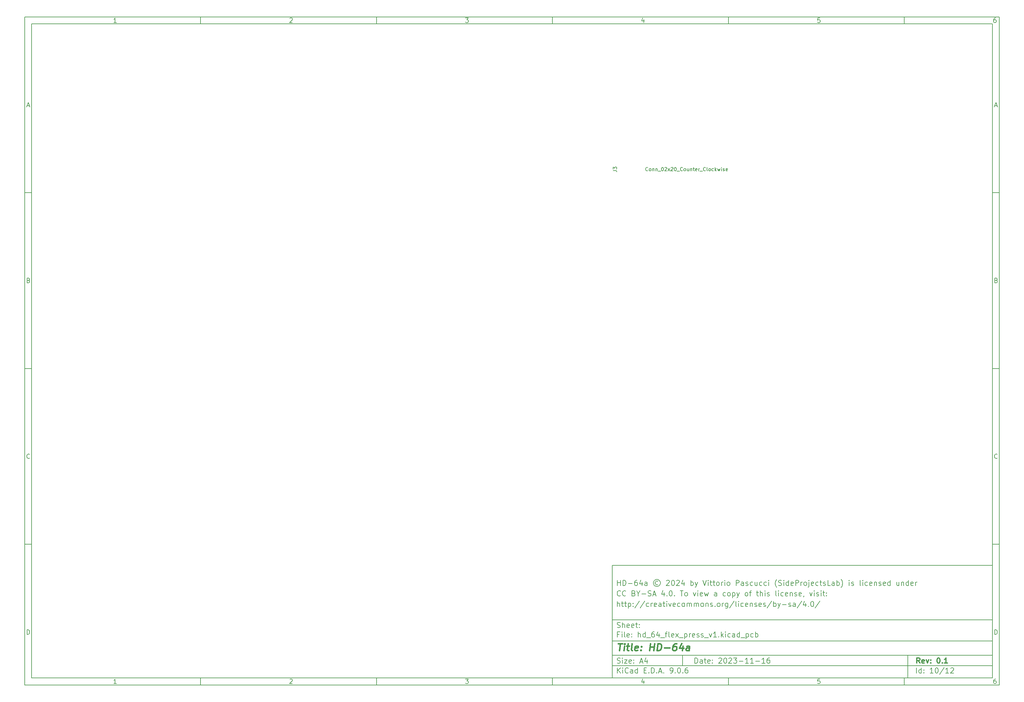
<source format=gbr>
%TF.GenerationSoftware,KiCad,Pcbnew,9.0.6*%
%TF.CreationDate,2025-11-27T00:01:33+01:00*%
%TF.ProjectId,hd_64_flex_press_v1,68645f36-345f-4666-9c65-785f70726573,0.1*%
%TF.SameCoordinates,PXd7966e0PY3c8eee0*%
%TF.FileFunction,AssemblyDrawing,Top*%
%FSLAX46Y46*%
G04 Gerber Fmt 4.6, Leading zero omitted, Abs format (unit mm)*
G04 Created by KiCad (PCBNEW 9.0.6) date 2025-11-27 00:01:33*
%MOMM*%
%LPD*%
G01*
G04 APERTURE LIST*
%ADD10C,0.100000*%
%ADD11C,0.150000*%
%ADD12C,0.300000*%
%ADD13C,0.400000*%
G04 APERTURE END LIST*
D10*
D11*
X-49057800Y-102507200D02*
X58942200Y-102507200D01*
X58942200Y-134507200D01*
X-49057800Y-134507200D01*
X-49057800Y-102507200D01*
D10*
D11*
X-216060000Y53500000D02*
X60942200Y53500000D01*
X60942200Y-136507200D01*
X-216060000Y-136507200D01*
X-216060000Y53500000D01*
D10*
D11*
X-214060000Y51500000D02*
X58942200Y51500000D01*
X58942200Y-134507200D01*
X-214060000Y-134507200D01*
X-214060000Y51500000D01*
D10*
D11*
X-166060000Y51500000D02*
X-166060000Y53500000D01*
D10*
D11*
X-116060000Y51500000D02*
X-116060000Y53500000D01*
D10*
D11*
X-66060000Y51500000D02*
X-66060000Y53500000D01*
D10*
D11*
X-16060000Y51500000D02*
X-16060000Y53500000D01*
D10*
D11*
X33940000Y51500000D02*
X33940000Y53500000D01*
D10*
D11*
X-189970840Y51906396D02*
X-190713697Y51906396D01*
X-190342269Y51906396D02*
X-190342269Y53206396D01*
X-190342269Y53206396D02*
X-190466078Y53020681D01*
X-190466078Y53020681D02*
X-190589888Y52896872D01*
X-190589888Y52896872D02*
X-190713697Y52834967D01*
D10*
D11*
X-140713697Y53082586D02*
X-140651793Y53144491D01*
X-140651793Y53144491D02*
X-140527983Y53206396D01*
X-140527983Y53206396D02*
X-140218459Y53206396D01*
X-140218459Y53206396D02*
X-140094650Y53144491D01*
X-140094650Y53144491D02*
X-140032745Y53082586D01*
X-140032745Y53082586D02*
X-139970840Y52958777D01*
X-139970840Y52958777D02*
X-139970840Y52834967D01*
X-139970840Y52834967D02*
X-140032745Y52649253D01*
X-140032745Y52649253D02*
X-140775602Y51906396D01*
X-140775602Y51906396D02*
X-139970840Y51906396D01*
D10*
D11*
X-90775602Y53206396D02*
X-89970840Y53206396D01*
X-89970840Y53206396D02*
X-90404174Y52711158D01*
X-90404174Y52711158D02*
X-90218459Y52711158D01*
X-90218459Y52711158D02*
X-90094650Y52649253D01*
X-90094650Y52649253D02*
X-90032745Y52587348D01*
X-90032745Y52587348D02*
X-89970840Y52463539D01*
X-89970840Y52463539D02*
X-89970840Y52154015D01*
X-89970840Y52154015D02*
X-90032745Y52030205D01*
X-90032745Y52030205D02*
X-90094650Y51968300D01*
X-90094650Y51968300D02*
X-90218459Y51906396D01*
X-90218459Y51906396D02*
X-90589888Y51906396D01*
X-90589888Y51906396D02*
X-90713697Y51968300D01*
X-90713697Y51968300D02*
X-90775602Y52030205D01*
D10*
D11*
X-40094650Y52773062D02*
X-40094650Y51906396D01*
X-40404174Y53268300D02*
X-40713697Y52339729D01*
X-40713697Y52339729D02*
X-39908936Y52339729D01*
D10*
D11*
X9967255Y53206396D02*
X9348207Y53206396D01*
X9348207Y53206396D02*
X9286303Y52587348D01*
X9286303Y52587348D02*
X9348207Y52649253D01*
X9348207Y52649253D02*
X9472017Y52711158D01*
X9472017Y52711158D02*
X9781541Y52711158D01*
X9781541Y52711158D02*
X9905350Y52649253D01*
X9905350Y52649253D02*
X9967255Y52587348D01*
X9967255Y52587348D02*
X10029160Y52463539D01*
X10029160Y52463539D02*
X10029160Y52154015D01*
X10029160Y52154015D02*
X9967255Y52030205D01*
X9967255Y52030205D02*
X9905350Y51968300D01*
X9905350Y51968300D02*
X9781541Y51906396D01*
X9781541Y51906396D02*
X9472017Y51906396D01*
X9472017Y51906396D02*
X9348207Y51968300D01*
X9348207Y51968300D02*
X9286303Y52030205D01*
D10*
D11*
X59905350Y53206396D02*
X59657731Y53206396D01*
X59657731Y53206396D02*
X59533922Y53144491D01*
X59533922Y53144491D02*
X59472017Y53082586D01*
X59472017Y53082586D02*
X59348207Y52896872D01*
X59348207Y52896872D02*
X59286303Y52649253D01*
X59286303Y52649253D02*
X59286303Y52154015D01*
X59286303Y52154015D02*
X59348207Y52030205D01*
X59348207Y52030205D02*
X59410112Y51968300D01*
X59410112Y51968300D02*
X59533922Y51906396D01*
X59533922Y51906396D02*
X59781541Y51906396D01*
X59781541Y51906396D02*
X59905350Y51968300D01*
X59905350Y51968300D02*
X59967255Y52030205D01*
X59967255Y52030205D02*
X60029160Y52154015D01*
X60029160Y52154015D02*
X60029160Y52463539D01*
X60029160Y52463539D02*
X59967255Y52587348D01*
X59967255Y52587348D02*
X59905350Y52649253D01*
X59905350Y52649253D02*
X59781541Y52711158D01*
X59781541Y52711158D02*
X59533922Y52711158D01*
X59533922Y52711158D02*
X59410112Y52649253D01*
X59410112Y52649253D02*
X59348207Y52587348D01*
X59348207Y52587348D02*
X59286303Y52463539D01*
D10*
D11*
X-166060000Y-134507200D02*
X-166060000Y-136507200D01*
D10*
D11*
X-116060000Y-134507200D02*
X-116060000Y-136507200D01*
D10*
D11*
X-66060000Y-134507200D02*
X-66060000Y-136507200D01*
D10*
D11*
X-16060000Y-134507200D02*
X-16060000Y-136507200D01*
D10*
D11*
X33940000Y-134507200D02*
X33940000Y-136507200D01*
D10*
D11*
X-189970840Y-136100804D02*
X-190713697Y-136100804D01*
X-190342269Y-136100804D02*
X-190342269Y-134800804D01*
X-190342269Y-134800804D02*
X-190466078Y-134986519D01*
X-190466078Y-134986519D02*
X-190589888Y-135110328D01*
X-190589888Y-135110328D02*
X-190713697Y-135172233D01*
D10*
D11*
X-140713697Y-134924614D02*
X-140651793Y-134862709D01*
X-140651793Y-134862709D02*
X-140527983Y-134800804D01*
X-140527983Y-134800804D02*
X-140218459Y-134800804D01*
X-140218459Y-134800804D02*
X-140094650Y-134862709D01*
X-140094650Y-134862709D02*
X-140032745Y-134924614D01*
X-140032745Y-134924614D02*
X-139970840Y-135048423D01*
X-139970840Y-135048423D02*
X-139970840Y-135172233D01*
X-139970840Y-135172233D02*
X-140032745Y-135357947D01*
X-140032745Y-135357947D02*
X-140775602Y-136100804D01*
X-140775602Y-136100804D02*
X-139970840Y-136100804D01*
D10*
D11*
X-90775602Y-134800804D02*
X-89970840Y-134800804D01*
X-89970840Y-134800804D02*
X-90404174Y-135296042D01*
X-90404174Y-135296042D02*
X-90218459Y-135296042D01*
X-90218459Y-135296042D02*
X-90094650Y-135357947D01*
X-90094650Y-135357947D02*
X-90032745Y-135419852D01*
X-90032745Y-135419852D02*
X-89970840Y-135543661D01*
X-89970840Y-135543661D02*
X-89970840Y-135853185D01*
X-89970840Y-135853185D02*
X-90032745Y-135976995D01*
X-90032745Y-135976995D02*
X-90094650Y-136038900D01*
X-90094650Y-136038900D02*
X-90218459Y-136100804D01*
X-90218459Y-136100804D02*
X-90589888Y-136100804D01*
X-90589888Y-136100804D02*
X-90713697Y-136038900D01*
X-90713697Y-136038900D02*
X-90775602Y-135976995D01*
D10*
D11*
X-40094650Y-135234138D02*
X-40094650Y-136100804D01*
X-40404174Y-134738900D02*
X-40713697Y-135667471D01*
X-40713697Y-135667471D02*
X-39908936Y-135667471D01*
D10*
D11*
X9967255Y-134800804D02*
X9348207Y-134800804D01*
X9348207Y-134800804D02*
X9286303Y-135419852D01*
X9286303Y-135419852D02*
X9348207Y-135357947D01*
X9348207Y-135357947D02*
X9472017Y-135296042D01*
X9472017Y-135296042D02*
X9781541Y-135296042D01*
X9781541Y-135296042D02*
X9905350Y-135357947D01*
X9905350Y-135357947D02*
X9967255Y-135419852D01*
X9967255Y-135419852D02*
X10029160Y-135543661D01*
X10029160Y-135543661D02*
X10029160Y-135853185D01*
X10029160Y-135853185D02*
X9967255Y-135976995D01*
X9967255Y-135976995D02*
X9905350Y-136038900D01*
X9905350Y-136038900D02*
X9781541Y-136100804D01*
X9781541Y-136100804D02*
X9472017Y-136100804D01*
X9472017Y-136100804D02*
X9348207Y-136038900D01*
X9348207Y-136038900D02*
X9286303Y-135976995D01*
D10*
D11*
X59905350Y-134800804D02*
X59657731Y-134800804D01*
X59657731Y-134800804D02*
X59533922Y-134862709D01*
X59533922Y-134862709D02*
X59472017Y-134924614D01*
X59472017Y-134924614D02*
X59348207Y-135110328D01*
X59348207Y-135110328D02*
X59286303Y-135357947D01*
X59286303Y-135357947D02*
X59286303Y-135853185D01*
X59286303Y-135853185D02*
X59348207Y-135976995D01*
X59348207Y-135976995D02*
X59410112Y-136038900D01*
X59410112Y-136038900D02*
X59533922Y-136100804D01*
X59533922Y-136100804D02*
X59781541Y-136100804D01*
X59781541Y-136100804D02*
X59905350Y-136038900D01*
X59905350Y-136038900D02*
X59967255Y-135976995D01*
X59967255Y-135976995D02*
X60029160Y-135853185D01*
X60029160Y-135853185D02*
X60029160Y-135543661D01*
X60029160Y-135543661D02*
X59967255Y-135419852D01*
X59967255Y-135419852D02*
X59905350Y-135357947D01*
X59905350Y-135357947D02*
X59781541Y-135296042D01*
X59781541Y-135296042D02*
X59533922Y-135296042D01*
X59533922Y-135296042D02*
X59410112Y-135357947D01*
X59410112Y-135357947D02*
X59348207Y-135419852D01*
X59348207Y-135419852D02*
X59286303Y-135543661D01*
D10*
D11*
X-216060000Y3500000D02*
X-214060000Y3500000D01*
D10*
D11*
X-216060000Y-46500000D02*
X-214060000Y-46500000D01*
D10*
D11*
X-216060000Y-96500000D02*
X-214060000Y-96500000D01*
D10*
D11*
X-215369524Y28277824D02*
X-214750477Y28277824D01*
X-215493334Y27906396D02*
X-215060001Y29206396D01*
X-215060001Y29206396D02*
X-214626667Y27906396D01*
D10*
D11*
X-214967143Y-21412652D02*
X-214781429Y-21474557D01*
X-214781429Y-21474557D02*
X-214719524Y-21536461D01*
X-214719524Y-21536461D02*
X-214657620Y-21660271D01*
X-214657620Y-21660271D02*
X-214657620Y-21845985D01*
X-214657620Y-21845985D02*
X-214719524Y-21969795D01*
X-214719524Y-21969795D02*
X-214781429Y-22031700D01*
X-214781429Y-22031700D02*
X-214905239Y-22093604D01*
X-214905239Y-22093604D02*
X-215400477Y-22093604D01*
X-215400477Y-22093604D02*
X-215400477Y-20793604D01*
X-215400477Y-20793604D02*
X-214967143Y-20793604D01*
X-214967143Y-20793604D02*
X-214843334Y-20855509D01*
X-214843334Y-20855509D02*
X-214781429Y-20917414D01*
X-214781429Y-20917414D02*
X-214719524Y-21041223D01*
X-214719524Y-21041223D02*
X-214719524Y-21165033D01*
X-214719524Y-21165033D02*
X-214781429Y-21288842D01*
X-214781429Y-21288842D02*
X-214843334Y-21350747D01*
X-214843334Y-21350747D02*
X-214967143Y-21412652D01*
X-214967143Y-21412652D02*
X-215400477Y-21412652D01*
D10*
D11*
X-214657620Y-71969795D02*
X-214719524Y-72031700D01*
X-214719524Y-72031700D02*
X-214905239Y-72093604D01*
X-214905239Y-72093604D02*
X-215029048Y-72093604D01*
X-215029048Y-72093604D02*
X-215214762Y-72031700D01*
X-215214762Y-72031700D02*
X-215338572Y-71907890D01*
X-215338572Y-71907890D02*
X-215400477Y-71784080D01*
X-215400477Y-71784080D02*
X-215462381Y-71536461D01*
X-215462381Y-71536461D02*
X-215462381Y-71350747D01*
X-215462381Y-71350747D02*
X-215400477Y-71103128D01*
X-215400477Y-71103128D02*
X-215338572Y-70979319D01*
X-215338572Y-70979319D02*
X-215214762Y-70855509D01*
X-215214762Y-70855509D02*
X-215029048Y-70793604D01*
X-215029048Y-70793604D02*
X-214905239Y-70793604D01*
X-214905239Y-70793604D02*
X-214719524Y-70855509D01*
X-214719524Y-70855509D02*
X-214657620Y-70917414D01*
D10*
D11*
X-215400477Y-122093604D02*
X-215400477Y-120793604D01*
X-215400477Y-120793604D02*
X-215090953Y-120793604D01*
X-215090953Y-120793604D02*
X-214905239Y-120855509D01*
X-214905239Y-120855509D02*
X-214781429Y-120979319D01*
X-214781429Y-120979319D02*
X-214719524Y-121103128D01*
X-214719524Y-121103128D02*
X-214657620Y-121350747D01*
X-214657620Y-121350747D02*
X-214657620Y-121536461D01*
X-214657620Y-121536461D02*
X-214719524Y-121784080D01*
X-214719524Y-121784080D02*
X-214781429Y-121907890D01*
X-214781429Y-121907890D02*
X-214905239Y-122031700D01*
X-214905239Y-122031700D02*
X-215090953Y-122093604D01*
X-215090953Y-122093604D02*
X-215400477Y-122093604D01*
D10*
D11*
X60942200Y3500000D02*
X58942200Y3500000D01*
D10*
D11*
X60942200Y-46500000D02*
X58942200Y-46500000D01*
D10*
D11*
X60942200Y-96500000D02*
X58942200Y-96500000D01*
D10*
D11*
X59632676Y28277824D02*
X60251723Y28277824D01*
X59508866Y27906396D02*
X59942199Y29206396D01*
X59942199Y29206396D02*
X60375533Y27906396D01*
D10*
D11*
X60035057Y-21412652D02*
X60220771Y-21474557D01*
X60220771Y-21474557D02*
X60282676Y-21536461D01*
X60282676Y-21536461D02*
X60344580Y-21660271D01*
X60344580Y-21660271D02*
X60344580Y-21845985D01*
X60344580Y-21845985D02*
X60282676Y-21969795D01*
X60282676Y-21969795D02*
X60220771Y-22031700D01*
X60220771Y-22031700D02*
X60096961Y-22093604D01*
X60096961Y-22093604D02*
X59601723Y-22093604D01*
X59601723Y-22093604D02*
X59601723Y-20793604D01*
X59601723Y-20793604D02*
X60035057Y-20793604D01*
X60035057Y-20793604D02*
X60158866Y-20855509D01*
X60158866Y-20855509D02*
X60220771Y-20917414D01*
X60220771Y-20917414D02*
X60282676Y-21041223D01*
X60282676Y-21041223D02*
X60282676Y-21165033D01*
X60282676Y-21165033D02*
X60220771Y-21288842D01*
X60220771Y-21288842D02*
X60158866Y-21350747D01*
X60158866Y-21350747D02*
X60035057Y-21412652D01*
X60035057Y-21412652D02*
X59601723Y-21412652D01*
D10*
D11*
X60344580Y-71969795D02*
X60282676Y-72031700D01*
X60282676Y-72031700D02*
X60096961Y-72093604D01*
X60096961Y-72093604D02*
X59973152Y-72093604D01*
X59973152Y-72093604D02*
X59787438Y-72031700D01*
X59787438Y-72031700D02*
X59663628Y-71907890D01*
X59663628Y-71907890D02*
X59601723Y-71784080D01*
X59601723Y-71784080D02*
X59539819Y-71536461D01*
X59539819Y-71536461D02*
X59539819Y-71350747D01*
X59539819Y-71350747D02*
X59601723Y-71103128D01*
X59601723Y-71103128D02*
X59663628Y-70979319D01*
X59663628Y-70979319D02*
X59787438Y-70855509D01*
X59787438Y-70855509D02*
X59973152Y-70793604D01*
X59973152Y-70793604D02*
X60096961Y-70793604D01*
X60096961Y-70793604D02*
X60282676Y-70855509D01*
X60282676Y-70855509D02*
X60344580Y-70917414D01*
D10*
D11*
X59601723Y-122093604D02*
X59601723Y-120793604D01*
X59601723Y-120793604D02*
X59911247Y-120793604D01*
X59911247Y-120793604D02*
X60096961Y-120855509D01*
X60096961Y-120855509D02*
X60220771Y-120979319D01*
X60220771Y-120979319D02*
X60282676Y-121103128D01*
X60282676Y-121103128D02*
X60344580Y-121350747D01*
X60344580Y-121350747D02*
X60344580Y-121536461D01*
X60344580Y-121536461D02*
X60282676Y-121784080D01*
X60282676Y-121784080D02*
X60220771Y-121907890D01*
X60220771Y-121907890D02*
X60096961Y-122031700D01*
X60096961Y-122031700D02*
X59911247Y-122093604D01*
X59911247Y-122093604D02*
X59601723Y-122093604D01*
D10*
D11*
X-25601974Y-130293328D02*
X-25601974Y-128793328D01*
X-25601974Y-128793328D02*
X-25244831Y-128793328D01*
X-25244831Y-128793328D02*
X-25030545Y-128864757D01*
X-25030545Y-128864757D02*
X-24887688Y-129007614D01*
X-24887688Y-129007614D02*
X-24816259Y-129150471D01*
X-24816259Y-129150471D02*
X-24744831Y-129436185D01*
X-24744831Y-129436185D02*
X-24744831Y-129650471D01*
X-24744831Y-129650471D02*
X-24816259Y-129936185D01*
X-24816259Y-129936185D02*
X-24887688Y-130079042D01*
X-24887688Y-130079042D02*
X-25030545Y-130221900D01*
X-25030545Y-130221900D02*
X-25244831Y-130293328D01*
X-25244831Y-130293328D02*
X-25601974Y-130293328D01*
X-23459116Y-130293328D02*
X-23459116Y-129507614D01*
X-23459116Y-129507614D02*
X-23530545Y-129364757D01*
X-23530545Y-129364757D02*
X-23673402Y-129293328D01*
X-23673402Y-129293328D02*
X-23959116Y-129293328D01*
X-23959116Y-129293328D02*
X-24101974Y-129364757D01*
X-23459116Y-130221900D02*
X-23601974Y-130293328D01*
X-23601974Y-130293328D02*
X-23959116Y-130293328D01*
X-23959116Y-130293328D02*
X-24101974Y-130221900D01*
X-24101974Y-130221900D02*
X-24173402Y-130079042D01*
X-24173402Y-130079042D02*
X-24173402Y-129936185D01*
X-24173402Y-129936185D02*
X-24101974Y-129793328D01*
X-24101974Y-129793328D02*
X-23959116Y-129721900D01*
X-23959116Y-129721900D02*
X-23601974Y-129721900D01*
X-23601974Y-129721900D02*
X-23459116Y-129650471D01*
X-22959116Y-129293328D02*
X-22387688Y-129293328D01*
X-22744831Y-128793328D02*
X-22744831Y-130079042D01*
X-22744831Y-130079042D02*
X-22673402Y-130221900D01*
X-22673402Y-130221900D02*
X-22530545Y-130293328D01*
X-22530545Y-130293328D02*
X-22387688Y-130293328D01*
X-21316259Y-130221900D02*
X-21459116Y-130293328D01*
X-21459116Y-130293328D02*
X-21744830Y-130293328D01*
X-21744830Y-130293328D02*
X-21887688Y-130221900D01*
X-21887688Y-130221900D02*
X-21959116Y-130079042D01*
X-21959116Y-130079042D02*
X-21959116Y-129507614D01*
X-21959116Y-129507614D02*
X-21887688Y-129364757D01*
X-21887688Y-129364757D02*
X-21744830Y-129293328D01*
X-21744830Y-129293328D02*
X-21459116Y-129293328D01*
X-21459116Y-129293328D02*
X-21316259Y-129364757D01*
X-21316259Y-129364757D02*
X-21244830Y-129507614D01*
X-21244830Y-129507614D02*
X-21244830Y-129650471D01*
X-21244830Y-129650471D02*
X-21959116Y-129793328D01*
X-20601974Y-130150471D02*
X-20530545Y-130221900D01*
X-20530545Y-130221900D02*
X-20601974Y-130293328D01*
X-20601974Y-130293328D02*
X-20673402Y-130221900D01*
X-20673402Y-130221900D02*
X-20601974Y-130150471D01*
X-20601974Y-130150471D02*
X-20601974Y-130293328D01*
X-20601974Y-129364757D02*
X-20530545Y-129436185D01*
X-20530545Y-129436185D02*
X-20601974Y-129507614D01*
X-20601974Y-129507614D02*
X-20673402Y-129436185D01*
X-20673402Y-129436185D02*
X-20601974Y-129364757D01*
X-20601974Y-129364757D02*
X-20601974Y-129507614D01*
X-18816259Y-128936185D02*
X-18744831Y-128864757D01*
X-18744831Y-128864757D02*
X-18601973Y-128793328D01*
X-18601973Y-128793328D02*
X-18244831Y-128793328D01*
X-18244831Y-128793328D02*
X-18101973Y-128864757D01*
X-18101973Y-128864757D02*
X-18030545Y-128936185D01*
X-18030545Y-128936185D02*
X-17959116Y-129079042D01*
X-17959116Y-129079042D02*
X-17959116Y-129221900D01*
X-17959116Y-129221900D02*
X-18030545Y-129436185D01*
X-18030545Y-129436185D02*
X-18887688Y-130293328D01*
X-18887688Y-130293328D02*
X-17959116Y-130293328D01*
X-17030545Y-128793328D02*
X-16887688Y-128793328D01*
X-16887688Y-128793328D02*
X-16744831Y-128864757D01*
X-16744831Y-128864757D02*
X-16673402Y-128936185D01*
X-16673402Y-128936185D02*
X-16601974Y-129079042D01*
X-16601974Y-129079042D02*
X-16530545Y-129364757D01*
X-16530545Y-129364757D02*
X-16530545Y-129721900D01*
X-16530545Y-129721900D02*
X-16601974Y-130007614D01*
X-16601974Y-130007614D02*
X-16673402Y-130150471D01*
X-16673402Y-130150471D02*
X-16744831Y-130221900D01*
X-16744831Y-130221900D02*
X-16887688Y-130293328D01*
X-16887688Y-130293328D02*
X-17030545Y-130293328D01*
X-17030545Y-130293328D02*
X-17173402Y-130221900D01*
X-17173402Y-130221900D02*
X-17244831Y-130150471D01*
X-17244831Y-130150471D02*
X-17316260Y-130007614D01*
X-17316260Y-130007614D02*
X-17387688Y-129721900D01*
X-17387688Y-129721900D02*
X-17387688Y-129364757D01*
X-17387688Y-129364757D02*
X-17316260Y-129079042D01*
X-17316260Y-129079042D02*
X-17244831Y-128936185D01*
X-17244831Y-128936185D02*
X-17173402Y-128864757D01*
X-17173402Y-128864757D02*
X-17030545Y-128793328D01*
X-15959117Y-128936185D02*
X-15887689Y-128864757D01*
X-15887689Y-128864757D02*
X-15744831Y-128793328D01*
X-15744831Y-128793328D02*
X-15387689Y-128793328D01*
X-15387689Y-128793328D02*
X-15244831Y-128864757D01*
X-15244831Y-128864757D02*
X-15173403Y-128936185D01*
X-15173403Y-128936185D02*
X-15101974Y-129079042D01*
X-15101974Y-129079042D02*
X-15101974Y-129221900D01*
X-15101974Y-129221900D02*
X-15173403Y-129436185D01*
X-15173403Y-129436185D02*
X-16030546Y-130293328D01*
X-16030546Y-130293328D02*
X-15101974Y-130293328D01*
X-14601975Y-128793328D02*
X-13673403Y-128793328D01*
X-13673403Y-128793328D02*
X-14173403Y-129364757D01*
X-14173403Y-129364757D02*
X-13959118Y-129364757D01*
X-13959118Y-129364757D02*
X-13816260Y-129436185D01*
X-13816260Y-129436185D02*
X-13744832Y-129507614D01*
X-13744832Y-129507614D02*
X-13673403Y-129650471D01*
X-13673403Y-129650471D02*
X-13673403Y-130007614D01*
X-13673403Y-130007614D02*
X-13744832Y-130150471D01*
X-13744832Y-130150471D02*
X-13816260Y-130221900D01*
X-13816260Y-130221900D02*
X-13959118Y-130293328D01*
X-13959118Y-130293328D02*
X-14387689Y-130293328D01*
X-14387689Y-130293328D02*
X-14530546Y-130221900D01*
X-14530546Y-130221900D02*
X-14601975Y-130150471D01*
X-13030547Y-129721900D02*
X-11887689Y-129721900D01*
X-10387689Y-130293328D02*
X-11244832Y-130293328D01*
X-10816261Y-130293328D02*
X-10816261Y-128793328D01*
X-10816261Y-128793328D02*
X-10959118Y-129007614D01*
X-10959118Y-129007614D02*
X-11101975Y-129150471D01*
X-11101975Y-129150471D02*
X-11244832Y-129221900D01*
X-8959118Y-130293328D02*
X-9816261Y-130293328D01*
X-9387690Y-130293328D02*
X-9387690Y-128793328D01*
X-9387690Y-128793328D02*
X-9530547Y-129007614D01*
X-9530547Y-129007614D02*
X-9673404Y-129150471D01*
X-9673404Y-129150471D02*
X-9816261Y-129221900D01*
X-8316262Y-129721900D02*
X-7173404Y-129721900D01*
X-5673404Y-130293328D02*
X-6530547Y-130293328D01*
X-6101976Y-130293328D02*
X-6101976Y-128793328D01*
X-6101976Y-128793328D02*
X-6244833Y-129007614D01*
X-6244833Y-129007614D02*
X-6387690Y-129150471D01*
X-6387690Y-129150471D02*
X-6530547Y-129221900D01*
X-4387690Y-128793328D02*
X-4673405Y-128793328D01*
X-4673405Y-128793328D02*
X-4816262Y-128864757D01*
X-4816262Y-128864757D02*
X-4887690Y-128936185D01*
X-4887690Y-128936185D02*
X-5030548Y-129150471D01*
X-5030548Y-129150471D02*
X-5101976Y-129436185D01*
X-5101976Y-129436185D02*
X-5101976Y-130007614D01*
X-5101976Y-130007614D02*
X-5030548Y-130150471D01*
X-5030548Y-130150471D02*
X-4959119Y-130221900D01*
X-4959119Y-130221900D02*
X-4816262Y-130293328D01*
X-4816262Y-130293328D02*
X-4530548Y-130293328D01*
X-4530548Y-130293328D02*
X-4387690Y-130221900D01*
X-4387690Y-130221900D02*
X-4316262Y-130150471D01*
X-4316262Y-130150471D02*
X-4244833Y-130007614D01*
X-4244833Y-130007614D02*
X-4244833Y-129650471D01*
X-4244833Y-129650471D02*
X-4316262Y-129507614D01*
X-4316262Y-129507614D02*
X-4387690Y-129436185D01*
X-4387690Y-129436185D02*
X-4530548Y-129364757D01*
X-4530548Y-129364757D02*
X-4816262Y-129364757D01*
X-4816262Y-129364757D02*
X-4959119Y-129436185D01*
X-4959119Y-129436185D02*
X-5030548Y-129507614D01*
X-5030548Y-129507614D02*
X-5101976Y-129650471D01*
D10*
D11*
X-49057800Y-131007200D02*
X58942200Y-131007200D01*
D10*
D11*
X-47601974Y-133093328D02*
X-47601974Y-131593328D01*
X-46744831Y-133093328D02*
X-47387688Y-132236185D01*
X-46744831Y-131593328D02*
X-47601974Y-132450471D01*
X-46101974Y-133093328D02*
X-46101974Y-132093328D01*
X-46101974Y-131593328D02*
X-46173402Y-131664757D01*
X-46173402Y-131664757D02*
X-46101974Y-131736185D01*
X-46101974Y-131736185D02*
X-46030545Y-131664757D01*
X-46030545Y-131664757D02*
X-46101974Y-131593328D01*
X-46101974Y-131593328D02*
X-46101974Y-131736185D01*
X-44530545Y-132950471D02*
X-44601973Y-133021900D01*
X-44601973Y-133021900D02*
X-44816259Y-133093328D01*
X-44816259Y-133093328D02*
X-44959116Y-133093328D01*
X-44959116Y-133093328D02*
X-45173402Y-133021900D01*
X-45173402Y-133021900D02*
X-45316259Y-132879042D01*
X-45316259Y-132879042D02*
X-45387688Y-132736185D01*
X-45387688Y-132736185D02*
X-45459116Y-132450471D01*
X-45459116Y-132450471D02*
X-45459116Y-132236185D01*
X-45459116Y-132236185D02*
X-45387688Y-131950471D01*
X-45387688Y-131950471D02*
X-45316259Y-131807614D01*
X-45316259Y-131807614D02*
X-45173402Y-131664757D01*
X-45173402Y-131664757D02*
X-44959116Y-131593328D01*
X-44959116Y-131593328D02*
X-44816259Y-131593328D01*
X-44816259Y-131593328D02*
X-44601973Y-131664757D01*
X-44601973Y-131664757D02*
X-44530545Y-131736185D01*
X-43244830Y-133093328D02*
X-43244830Y-132307614D01*
X-43244830Y-132307614D02*
X-43316259Y-132164757D01*
X-43316259Y-132164757D02*
X-43459116Y-132093328D01*
X-43459116Y-132093328D02*
X-43744830Y-132093328D01*
X-43744830Y-132093328D02*
X-43887688Y-132164757D01*
X-43244830Y-133021900D02*
X-43387688Y-133093328D01*
X-43387688Y-133093328D02*
X-43744830Y-133093328D01*
X-43744830Y-133093328D02*
X-43887688Y-133021900D01*
X-43887688Y-133021900D02*
X-43959116Y-132879042D01*
X-43959116Y-132879042D02*
X-43959116Y-132736185D01*
X-43959116Y-132736185D02*
X-43887688Y-132593328D01*
X-43887688Y-132593328D02*
X-43744830Y-132521900D01*
X-43744830Y-132521900D02*
X-43387688Y-132521900D01*
X-43387688Y-132521900D02*
X-43244830Y-132450471D01*
X-41887687Y-133093328D02*
X-41887687Y-131593328D01*
X-41887687Y-133021900D02*
X-42030545Y-133093328D01*
X-42030545Y-133093328D02*
X-42316259Y-133093328D01*
X-42316259Y-133093328D02*
X-42459116Y-133021900D01*
X-42459116Y-133021900D02*
X-42530545Y-132950471D01*
X-42530545Y-132950471D02*
X-42601973Y-132807614D01*
X-42601973Y-132807614D02*
X-42601973Y-132379042D01*
X-42601973Y-132379042D02*
X-42530545Y-132236185D01*
X-42530545Y-132236185D02*
X-42459116Y-132164757D01*
X-42459116Y-132164757D02*
X-42316259Y-132093328D01*
X-42316259Y-132093328D02*
X-42030545Y-132093328D01*
X-42030545Y-132093328D02*
X-41887687Y-132164757D01*
X-40030545Y-132307614D02*
X-39530545Y-132307614D01*
X-39316259Y-133093328D02*
X-40030545Y-133093328D01*
X-40030545Y-133093328D02*
X-40030545Y-131593328D01*
X-40030545Y-131593328D02*
X-39316259Y-131593328D01*
X-38673402Y-132950471D02*
X-38601973Y-133021900D01*
X-38601973Y-133021900D02*
X-38673402Y-133093328D01*
X-38673402Y-133093328D02*
X-38744830Y-133021900D01*
X-38744830Y-133021900D02*
X-38673402Y-132950471D01*
X-38673402Y-132950471D02*
X-38673402Y-133093328D01*
X-37959116Y-133093328D02*
X-37959116Y-131593328D01*
X-37959116Y-131593328D02*
X-37601973Y-131593328D01*
X-37601973Y-131593328D02*
X-37387687Y-131664757D01*
X-37387687Y-131664757D02*
X-37244830Y-131807614D01*
X-37244830Y-131807614D02*
X-37173401Y-131950471D01*
X-37173401Y-131950471D02*
X-37101973Y-132236185D01*
X-37101973Y-132236185D02*
X-37101973Y-132450471D01*
X-37101973Y-132450471D02*
X-37173401Y-132736185D01*
X-37173401Y-132736185D02*
X-37244830Y-132879042D01*
X-37244830Y-132879042D02*
X-37387687Y-133021900D01*
X-37387687Y-133021900D02*
X-37601973Y-133093328D01*
X-37601973Y-133093328D02*
X-37959116Y-133093328D01*
X-36459116Y-132950471D02*
X-36387687Y-133021900D01*
X-36387687Y-133021900D02*
X-36459116Y-133093328D01*
X-36459116Y-133093328D02*
X-36530544Y-133021900D01*
X-36530544Y-133021900D02*
X-36459116Y-132950471D01*
X-36459116Y-132950471D02*
X-36459116Y-133093328D01*
X-35816258Y-132664757D02*
X-35101972Y-132664757D01*
X-35959115Y-133093328D02*
X-35459115Y-131593328D01*
X-35459115Y-131593328D02*
X-34959115Y-133093328D01*
X-34459116Y-132950471D02*
X-34387687Y-133021900D01*
X-34387687Y-133021900D02*
X-34459116Y-133093328D01*
X-34459116Y-133093328D02*
X-34530544Y-133021900D01*
X-34530544Y-133021900D02*
X-34459116Y-132950471D01*
X-34459116Y-132950471D02*
X-34459116Y-133093328D01*
X-32530544Y-133093328D02*
X-32244830Y-133093328D01*
X-32244830Y-133093328D02*
X-32101973Y-133021900D01*
X-32101973Y-133021900D02*
X-32030544Y-132950471D01*
X-32030544Y-132950471D02*
X-31887687Y-132736185D01*
X-31887687Y-132736185D02*
X-31816258Y-132450471D01*
X-31816258Y-132450471D02*
X-31816258Y-131879042D01*
X-31816258Y-131879042D02*
X-31887687Y-131736185D01*
X-31887687Y-131736185D02*
X-31959115Y-131664757D01*
X-31959115Y-131664757D02*
X-32101973Y-131593328D01*
X-32101973Y-131593328D02*
X-32387687Y-131593328D01*
X-32387687Y-131593328D02*
X-32530544Y-131664757D01*
X-32530544Y-131664757D02*
X-32601973Y-131736185D01*
X-32601973Y-131736185D02*
X-32673401Y-131879042D01*
X-32673401Y-131879042D02*
X-32673401Y-132236185D01*
X-32673401Y-132236185D02*
X-32601973Y-132379042D01*
X-32601973Y-132379042D02*
X-32530544Y-132450471D01*
X-32530544Y-132450471D02*
X-32387687Y-132521900D01*
X-32387687Y-132521900D02*
X-32101973Y-132521900D01*
X-32101973Y-132521900D02*
X-31959115Y-132450471D01*
X-31959115Y-132450471D02*
X-31887687Y-132379042D01*
X-31887687Y-132379042D02*
X-31816258Y-132236185D01*
X-31173402Y-132950471D02*
X-31101973Y-133021900D01*
X-31101973Y-133021900D02*
X-31173402Y-133093328D01*
X-31173402Y-133093328D02*
X-31244830Y-133021900D01*
X-31244830Y-133021900D02*
X-31173402Y-132950471D01*
X-31173402Y-132950471D02*
X-31173402Y-133093328D01*
X-30173401Y-131593328D02*
X-30030544Y-131593328D01*
X-30030544Y-131593328D02*
X-29887687Y-131664757D01*
X-29887687Y-131664757D02*
X-29816258Y-131736185D01*
X-29816258Y-131736185D02*
X-29744830Y-131879042D01*
X-29744830Y-131879042D02*
X-29673401Y-132164757D01*
X-29673401Y-132164757D02*
X-29673401Y-132521900D01*
X-29673401Y-132521900D02*
X-29744830Y-132807614D01*
X-29744830Y-132807614D02*
X-29816258Y-132950471D01*
X-29816258Y-132950471D02*
X-29887687Y-133021900D01*
X-29887687Y-133021900D02*
X-30030544Y-133093328D01*
X-30030544Y-133093328D02*
X-30173401Y-133093328D01*
X-30173401Y-133093328D02*
X-30316258Y-133021900D01*
X-30316258Y-133021900D02*
X-30387687Y-132950471D01*
X-30387687Y-132950471D02*
X-30459116Y-132807614D01*
X-30459116Y-132807614D02*
X-30530544Y-132521900D01*
X-30530544Y-132521900D02*
X-30530544Y-132164757D01*
X-30530544Y-132164757D02*
X-30459116Y-131879042D01*
X-30459116Y-131879042D02*
X-30387687Y-131736185D01*
X-30387687Y-131736185D02*
X-30316258Y-131664757D01*
X-30316258Y-131664757D02*
X-30173401Y-131593328D01*
X-29030545Y-132950471D02*
X-28959116Y-133021900D01*
X-28959116Y-133021900D02*
X-29030545Y-133093328D01*
X-29030545Y-133093328D02*
X-29101973Y-133021900D01*
X-29101973Y-133021900D02*
X-29030545Y-132950471D01*
X-29030545Y-132950471D02*
X-29030545Y-133093328D01*
X-27673401Y-131593328D02*
X-27959116Y-131593328D01*
X-27959116Y-131593328D02*
X-28101973Y-131664757D01*
X-28101973Y-131664757D02*
X-28173401Y-131736185D01*
X-28173401Y-131736185D02*
X-28316259Y-131950471D01*
X-28316259Y-131950471D02*
X-28387687Y-132236185D01*
X-28387687Y-132236185D02*
X-28387687Y-132807614D01*
X-28387687Y-132807614D02*
X-28316259Y-132950471D01*
X-28316259Y-132950471D02*
X-28244830Y-133021900D01*
X-28244830Y-133021900D02*
X-28101973Y-133093328D01*
X-28101973Y-133093328D02*
X-27816259Y-133093328D01*
X-27816259Y-133093328D02*
X-27673401Y-133021900D01*
X-27673401Y-133021900D02*
X-27601973Y-132950471D01*
X-27601973Y-132950471D02*
X-27530544Y-132807614D01*
X-27530544Y-132807614D02*
X-27530544Y-132450471D01*
X-27530544Y-132450471D02*
X-27601973Y-132307614D01*
X-27601973Y-132307614D02*
X-27673401Y-132236185D01*
X-27673401Y-132236185D02*
X-27816259Y-132164757D01*
X-27816259Y-132164757D02*
X-28101973Y-132164757D01*
X-28101973Y-132164757D02*
X-28244830Y-132236185D01*
X-28244830Y-132236185D02*
X-28316259Y-132307614D01*
X-28316259Y-132307614D02*
X-28387687Y-132450471D01*
D10*
D11*
X-49057800Y-128007200D02*
X58942200Y-128007200D01*
D10*
D12*
X38353853Y-130285528D02*
X37853853Y-129571242D01*
X37496710Y-130285528D02*
X37496710Y-128785528D01*
X37496710Y-128785528D02*
X38068139Y-128785528D01*
X38068139Y-128785528D02*
X38210996Y-128856957D01*
X38210996Y-128856957D02*
X38282425Y-128928385D01*
X38282425Y-128928385D02*
X38353853Y-129071242D01*
X38353853Y-129071242D02*
X38353853Y-129285528D01*
X38353853Y-129285528D02*
X38282425Y-129428385D01*
X38282425Y-129428385D02*
X38210996Y-129499814D01*
X38210996Y-129499814D02*
X38068139Y-129571242D01*
X38068139Y-129571242D02*
X37496710Y-129571242D01*
X39568139Y-130214100D02*
X39425282Y-130285528D01*
X39425282Y-130285528D02*
X39139568Y-130285528D01*
X39139568Y-130285528D02*
X38996710Y-130214100D01*
X38996710Y-130214100D02*
X38925282Y-130071242D01*
X38925282Y-130071242D02*
X38925282Y-129499814D01*
X38925282Y-129499814D02*
X38996710Y-129356957D01*
X38996710Y-129356957D02*
X39139568Y-129285528D01*
X39139568Y-129285528D02*
X39425282Y-129285528D01*
X39425282Y-129285528D02*
X39568139Y-129356957D01*
X39568139Y-129356957D02*
X39639568Y-129499814D01*
X39639568Y-129499814D02*
X39639568Y-129642671D01*
X39639568Y-129642671D02*
X38925282Y-129785528D01*
X40139567Y-129285528D02*
X40496710Y-130285528D01*
X40496710Y-130285528D02*
X40853853Y-129285528D01*
X41425281Y-130142671D02*
X41496710Y-130214100D01*
X41496710Y-130214100D02*
X41425281Y-130285528D01*
X41425281Y-130285528D02*
X41353853Y-130214100D01*
X41353853Y-130214100D02*
X41425281Y-130142671D01*
X41425281Y-130142671D02*
X41425281Y-130285528D01*
X41425281Y-129356957D02*
X41496710Y-129428385D01*
X41496710Y-129428385D02*
X41425281Y-129499814D01*
X41425281Y-129499814D02*
X41353853Y-129428385D01*
X41353853Y-129428385D02*
X41425281Y-129356957D01*
X41425281Y-129356957D02*
X41425281Y-129499814D01*
X43568139Y-128785528D02*
X43710996Y-128785528D01*
X43710996Y-128785528D02*
X43853853Y-128856957D01*
X43853853Y-128856957D02*
X43925282Y-128928385D01*
X43925282Y-128928385D02*
X43996710Y-129071242D01*
X43996710Y-129071242D02*
X44068139Y-129356957D01*
X44068139Y-129356957D02*
X44068139Y-129714100D01*
X44068139Y-129714100D02*
X43996710Y-129999814D01*
X43996710Y-129999814D02*
X43925282Y-130142671D01*
X43925282Y-130142671D02*
X43853853Y-130214100D01*
X43853853Y-130214100D02*
X43710996Y-130285528D01*
X43710996Y-130285528D02*
X43568139Y-130285528D01*
X43568139Y-130285528D02*
X43425282Y-130214100D01*
X43425282Y-130214100D02*
X43353853Y-130142671D01*
X43353853Y-130142671D02*
X43282424Y-129999814D01*
X43282424Y-129999814D02*
X43210996Y-129714100D01*
X43210996Y-129714100D02*
X43210996Y-129356957D01*
X43210996Y-129356957D02*
X43282424Y-129071242D01*
X43282424Y-129071242D02*
X43353853Y-128928385D01*
X43353853Y-128928385D02*
X43425282Y-128856957D01*
X43425282Y-128856957D02*
X43568139Y-128785528D01*
X44710995Y-130142671D02*
X44782424Y-130214100D01*
X44782424Y-130214100D02*
X44710995Y-130285528D01*
X44710995Y-130285528D02*
X44639567Y-130214100D01*
X44639567Y-130214100D02*
X44710995Y-130142671D01*
X44710995Y-130142671D02*
X44710995Y-130285528D01*
X46210996Y-130285528D02*
X45353853Y-130285528D01*
X45782424Y-130285528D02*
X45782424Y-128785528D01*
X45782424Y-128785528D02*
X45639567Y-128999814D01*
X45639567Y-128999814D02*
X45496710Y-129142671D01*
X45496710Y-129142671D02*
X45353853Y-129214100D01*
D10*
D11*
X-47673402Y-130221900D02*
X-47459116Y-130293328D01*
X-47459116Y-130293328D02*
X-47101974Y-130293328D01*
X-47101974Y-130293328D02*
X-46959116Y-130221900D01*
X-46959116Y-130221900D02*
X-46887688Y-130150471D01*
X-46887688Y-130150471D02*
X-46816259Y-130007614D01*
X-46816259Y-130007614D02*
X-46816259Y-129864757D01*
X-46816259Y-129864757D02*
X-46887688Y-129721900D01*
X-46887688Y-129721900D02*
X-46959116Y-129650471D01*
X-46959116Y-129650471D02*
X-47101974Y-129579042D01*
X-47101974Y-129579042D02*
X-47387688Y-129507614D01*
X-47387688Y-129507614D02*
X-47530545Y-129436185D01*
X-47530545Y-129436185D02*
X-47601974Y-129364757D01*
X-47601974Y-129364757D02*
X-47673402Y-129221900D01*
X-47673402Y-129221900D02*
X-47673402Y-129079042D01*
X-47673402Y-129079042D02*
X-47601974Y-128936185D01*
X-47601974Y-128936185D02*
X-47530545Y-128864757D01*
X-47530545Y-128864757D02*
X-47387688Y-128793328D01*
X-47387688Y-128793328D02*
X-47030545Y-128793328D01*
X-47030545Y-128793328D02*
X-46816259Y-128864757D01*
X-46173403Y-130293328D02*
X-46173403Y-129293328D01*
X-46173403Y-128793328D02*
X-46244831Y-128864757D01*
X-46244831Y-128864757D02*
X-46173403Y-128936185D01*
X-46173403Y-128936185D02*
X-46101974Y-128864757D01*
X-46101974Y-128864757D02*
X-46173403Y-128793328D01*
X-46173403Y-128793328D02*
X-46173403Y-128936185D01*
X-45601974Y-129293328D02*
X-44816259Y-129293328D01*
X-44816259Y-129293328D02*
X-45601974Y-130293328D01*
X-45601974Y-130293328D02*
X-44816259Y-130293328D01*
X-43673402Y-130221900D02*
X-43816259Y-130293328D01*
X-43816259Y-130293328D02*
X-44101973Y-130293328D01*
X-44101973Y-130293328D02*
X-44244831Y-130221900D01*
X-44244831Y-130221900D02*
X-44316259Y-130079042D01*
X-44316259Y-130079042D02*
X-44316259Y-129507614D01*
X-44316259Y-129507614D02*
X-44244831Y-129364757D01*
X-44244831Y-129364757D02*
X-44101973Y-129293328D01*
X-44101973Y-129293328D02*
X-43816259Y-129293328D01*
X-43816259Y-129293328D02*
X-43673402Y-129364757D01*
X-43673402Y-129364757D02*
X-43601973Y-129507614D01*
X-43601973Y-129507614D02*
X-43601973Y-129650471D01*
X-43601973Y-129650471D02*
X-44316259Y-129793328D01*
X-42959117Y-130150471D02*
X-42887688Y-130221900D01*
X-42887688Y-130221900D02*
X-42959117Y-130293328D01*
X-42959117Y-130293328D02*
X-43030545Y-130221900D01*
X-43030545Y-130221900D02*
X-42959117Y-130150471D01*
X-42959117Y-130150471D02*
X-42959117Y-130293328D01*
X-42959117Y-129364757D02*
X-42887688Y-129436185D01*
X-42887688Y-129436185D02*
X-42959117Y-129507614D01*
X-42959117Y-129507614D02*
X-43030545Y-129436185D01*
X-43030545Y-129436185D02*
X-42959117Y-129364757D01*
X-42959117Y-129364757D02*
X-42959117Y-129507614D01*
X-41173402Y-129864757D02*
X-40459116Y-129864757D01*
X-41316259Y-130293328D02*
X-40816259Y-128793328D01*
X-40816259Y-128793328D02*
X-40316259Y-130293328D01*
X-39173402Y-129293328D02*
X-39173402Y-130293328D01*
X-39530545Y-128721900D02*
X-39887688Y-129793328D01*
X-39887688Y-129793328D02*
X-38959117Y-129793328D01*
D10*
D11*
X37398026Y-133093328D02*
X37398026Y-131593328D01*
X38755170Y-133093328D02*
X38755170Y-131593328D01*
X38755170Y-133021900D02*
X38612312Y-133093328D01*
X38612312Y-133093328D02*
X38326598Y-133093328D01*
X38326598Y-133093328D02*
X38183741Y-133021900D01*
X38183741Y-133021900D02*
X38112312Y-132950471D01*
X38112312Y-132950471D02*
X38040884Y-132807614D01*
X38040884Y-132807614D02*
X38040884Y-132379042D01*
X38040884Y-132379042D02*
X38112312Y-132236185D01*
X38112312Y-132236185D02*
X38183741Y-132164757D01*
X38183741Y-132164757D02*
X38326598Y-132093328D01*
X38326598Y-132093328D02*
X38612312Y-132093328D01*
X38612312Y-132093328D02*
X38755170Y-132164757D01*
X39469455Y-132950471D02*
X39540884Y-133021900D01*
X39540884Y-133021900D02*
X39469455Y-133093328D01*
X39469455Y-133093328D02*
X39398027Y-133021900D01*
X39398027Y-133021900D02*
X39469455Y-132950471D01*
X39469455Y-132950471D02*
X39469455Y-133093328D01*
X39469455Y-132164757D02*
X39540884Y-132236185D01*
X39540884Y-132236185D02*
X39469455Y-132307614D01*
X39469455Y-132307614D02*
X39398027Y-132236185D01*
X39398027Y-132236185D02*
X39469455Y-132164757D01*
X39469455Y-132164757D02*
X39469455Y-132307614D01*
X42112313Y-133093328D02*
X41255170Y-133093328D01*
X41683741Y-133093328D02*
X41683741Y-131593328D01*
X41683741Y-131593328D02*
X41540884Y-131807614D01*
X41540884Y-131807614D02*
X41398027Y-131950471D01*
X41398027Y-131950471D02*
X41255170Y-132021900D01*
X43040884Y-131593328D02*
X43183741Y-131593328D01*
X43183741Y-131593328D02*
X43326598Y-131664757D01*
X43326598Y-131664757D02*
X43398027Y-131736185D01*
X43398027Y-131736185D02*
X43469455Y-131879042D01*
X43469455Y-131879042D02*
X43540884Y-132164757D01*
X43540884Y-132164757D02*
X43540884Y-132521900D01*
X43540884Y-132521900D02*
X43469455Y-132807614D01*
X43469455Y-132807614D02*
X43398027Y-132950471D01*
X43398027Y-132950471D02*
X43326598Y-133021900D01*
X43326598Y-133021900D02*
X43183741Y-133093328D01*
X43183741Y-133093328D02*
X43040884Y-133093328D01*
X43040884Y-133093328D02*
X42898027Y-133021900D01*
X42898027Y-133021900D02*
X42826598Y-132950471D01*
X42826598Y-132950471D02*
X42755169Y-132807614D01*
X42755169Y-132807614D02*
X42683741Y-132521900D01*
X42683741Y-132521900D02*
X42683741Y-132164757D01*
X42683741Y-132164757D02*
X42755169Y-131879042D01*
X42755169Y-131879042D02*
X42826598Y-131736185D01*
X42826598Y-131736185D02*
X42898027Y-131664757D01*
X42898027Y-131664757D02*
X43040884Y-131593328D01*
X45255169Y-131521900D02*
X43969455Y-133450471D01*
X46540884Y-133093328D02*
X45683741Y-133093328D01*
X46112312Y-133093328D02*
X46112312Y-131593328D01*
X46112312Y-131593328D02*
X45969455Y-131807614D01*
X45969455Y-131807614D02*
X45826598Y-131950471D01*
X45826598Y-131950471D02*
X45683741Y-132021900D01*
X47112312Y-131736185D02*
X47183740Y-131664757D01*
X47183740Y-131664757D02*
X47326598Y-131593328D01*
X47326598Y-131593328D02*
X47683740Y-131593328D01*
X47683740Y-131593328D02*
X47826598Y-131664757D01*
X47826598Y-131664757D02*
X47898026Y-131736185D01*
X47898026Y-131736185D02*
X47969455Y-131879042D01*
X47969455Y-131879042D02*
X47969455Y-132021900D01*
X47969455Y-132021900D02*
X47898026Y-132236185D01*
X47898026Y-132236185D02*
X47040883Y-133093328D01*
X47040883Y-133093328D02*
X47969455Y-133093328D01*
D10*
D11*
X-49057800Y-124007200D02*
X58942200Y-124007200D01*
D10*
D13*
X-47366072Y-124711638D02*
X-46223215Y-124711638D01*
X-47044643Y-126711638D02*
X-46794643Y-124711638D01*
X-45806548Y-126711638D02*
X-45639881Y-125378304D01*
X-45556548Y-124711638D02*
X-45663691Y-124806876D01*
X-45663691Y-124806876D02*
X-45580357Y-124902114D01*
X-45580357Y-124902114D02*
X-45473214Y-124806876D01*
X-45473214Y-124806876D02*
X-45556548Y-124711638D01*
X-45556548Y-124711638D02*
X-45580357Y-124902114D01*
X-44973214Y-125378304D02*
X-44211310Y-125378304D01*
X-44604167Y-124711638D02*
X-44818452Y-126425923D01*
X-44818452Y-126425923D02*
X-44747024Y-126616400D01*
X-44747024Y-126616400D02*
X-44568452Y-126711638D01*
X-44568452Y-126711638D02*
X-44377976Y-126711638D01*
X-43425595Y-126711638D02*
X-43604167Y-126616400D01*
X-43604167Y-126616400D02*
X-43675595Y-126425923D01*
X-43675595Y-126425923D02*
X-43461310Y-124711638D01*
X-41889881Y-126616400D02*
X-42092262Y-126711638D01*
X-42092262Y-126711638D02*
X-42473215Y-126711638D01*
X-42473215Y-126711638D02*
X-42651786Y-126616400D01*
X-42651786Y-126616400D02*
X-42723215Y-126425923D01*
X-42723215Y-126425923D02*
X-42627976Y-125664019D01*
X-42627976Y-125664019D02*
X-42508929Y-125473542D01*
X-42508929Y-125473542D02*
X-42306548Y-125378304D01*
X-42306548Y-125378304D02*
X-41925596Y-125378304D01*
X-41925596Y-125378304D02*
X-41747024Y-125473542D01*
X-41747024Y-125473542D02*
X-41675596Y-125664019D01*
X-41675596Y-125664019D02*
X-41699405Y-125854495D01*
X-41699405Y-125854495D02*
X-42675596Y-126044971D01*
X-40925595Y-126521161D02*
X-40842262Y-126616400D01*
X-40842262Y-126616400D02*
X-40949405Y-126711638D01*
X-40949405Y-126711638D02*
X-41032738Y-126616400D01*
X-41032738Y-126616400D02*
X-40925595Y-126521161D01*
X-40925595Y-126521161D02*
X-40949405Y-126711638D01*
X-40794643Y-125473542D02*
X-40711310Y-125568780D01*
X-40711310Y-125568780D02*
X-40818452Y-125664019D01*
X-40818452Y-125664019D02*
X-40901786Y-125568780D01*
X-40901786Y-125568780D02*
X-40794643Y-125473542D01*
X-40794643Y-125473542D02*
X-40818452Y-125664019D01*
X-38473214Y-126711638D02*
X-38223214Y-124711638D01*
X-38342261Y-125664019D02*
X-37199404Y-125664019D01*
X-37330357Y-126711638D02*
X-37080357Y-124711638D01*
X-36377976Y-126711638D02*
X-36127976Y-124711638D01*
X-36127976Y-124711638D02*
X-35651785Y-124711638D01*
X-35651785Y-124711638D02*
X-35377976Y-124806876D01*
X-35377976Y-124806876D02*
X-35211309Y-124997352D01*
X-35211309Y-124997352D02*
X-35139881Y-125187828D01*
X-35139881Y-125187828D02*
X-35092261Y-125568780D01*
X-35092261Y-125568780D02*
X-35127976Y-125854495D01*
X-35127976Y-125854495D02*
X-35270833Y-126235447D01*
X-35270833Y-126235447D02*
X-35389881Y-126425923D01*
X-35389881Y-126425923D02*
X-35604166Y-126616400D01*
X-35604166Y-126616400D02*
X-35901785Y-126711638D01*
X-35901785Y-126711638D02*
X-36377976Y-126711638D01*
X-34282738Y-125949733D02*
X-32758928Y-125949733D01*
X-30794643Y-124711638D02*
X-31175595Y-124711638D01*
X-31175595Y-124711638D02*
X-31377976Y-124806876D01*
X-31377976Y-124806876D02*
X-31485119Y-124902114D01*
X-31485119Y-124902114D02*
X-31711310Y-125187828D01*
X-31711310Y-125187828D02*
X-31854167Y-125568780D01*
X-31854167Y-125568780D02*
X-31949405Y-126330685D01*
X-31949405Y-126330685D02*
X-31877976Y-126521161D01*
X-31877976Y-126521161D02*
X-31794643Y-126616400D01*
X-31794643Y-126616400D02*
X-31616071Y-126711638D01*
X-31616071Y-126711638D02*
X-31235119Y-126711638D01*
X-31235119Y-126711638D02*
X-31032738Y-126616400D01*
X-31032738Y-126616400D02*
X-30925595Y-126521161D01*
X-30925595Y-126521161D02*
X-30806548Y-126330685D01*
X-30806548Y-126330685D02*
X-30747024Y-125854495D01*
X-30747024Y-125854495D02*
X-30818452Y-125664019D01*
X-30818452Y-125664019D02*
X-30901786Y-125568780D01*
X-30901786Y-125568780D02*
X-31080357Y-125473542D01*
X-31080357Y-125473542D02*
X-31461310Y-125473542D01*
X-31461310Y-125473542D02*
X-31663691Y-125568780D01*
X-31663691Y-125568780D02*
X-31770833Y-125664019D01*
X-31770833Y-125664019D02*
X-31889881Y-125854495D01*
X-28973214Y-125378304D02*
X-29139881Y-126711638D01*
X-29354167Y-124616400D02*
X-30008929Y-126044971D01*
X-30008929Y-126044971D02*
X-28770833Y-126044971D01*
X-27235119Y-126711638D02*
X-27104167Y-125664019D01*
X-27104167Y-125664019D02*
X-27175595Y-125473542D01*
X-27175595Y-125473542D02*
X-27354167Y-125378304D01*
X-27354167Y-125378304D02*
X-27735119Y-125378304D01*
X-27735119Y-125378304D02*
X-27937500Y-125473542D01*
X-27223214Y-126616400D02*
X-27425595Y-126711638D01*
X-27425595Y-126711638D02*
X-27901786Y-126711638D01*
X-27901786Y-126711638D02*
X-28080357Y-126616400D01*
X-28080357Y-126616400D02*
X-28151786Y-126425923D01*
X-28151786Y-126425923D02*
X-28127976Y-126235447D01*
X-28127976Y-126235447D02*
X-28008928Y-126044971D01*
X-28008928Y-126044971D02*
X-27806547Y-125949733D01*
X-27806547Y-125949733D02*
X-27330357Y-125949733D01*
X-27330357Y-125949733D02*
X-27127976Y-125854495D01*
D10*
D11*
X-47101974Y-122107614D02*
X-47601974Y-122107614D01*
X-47601974Y-122893328D02*
X-47601974Y-121393328D01*
X-47601974Y-121393328D02*
X-46887688Y-121393328D01*
X-46316260Y-122893328D02*
X-46316260Y-121893328D01*
X-46316260Y-121393328D02*
X-46387688Y-121464757D01*
X-46387688Y-121464757D02*
X-46316260Y-121536185D01*
X-46316260Y-121536185D02*
X-46244831Y-121464757D01*
X-46244831Y-121464757D02*
X-46316260Y-121393328D01*
X-46316260Y-121393328D02*
X-46316260Y-121536185D01*
X-45387688Y-122893328D02*
X-45530545Y-122821900D01*
X-45530545Y-122821900D02*
X-45601974Y-122679042D01*
X-45601974Y-122679042D02*
X-45601974Y-121393328D01*
X-44244831Y-122821900D02*
X-44387688Y-122893328D01*
X-44387688Y-122893328D02*
X-44673402Y-122893328D01*
X-44673402Y-122893328D02*
X-44816260Y-122821900D01*
X-44816260Y-122821900D02*
X-44887688Y-122679042D01*
X-44887688Y-122679042D02*
X-44887688Y-122107614D01*
X-44887688Y-122107614D02*
X-44816260Y-121964757D01*
X-44816260Y-121964757D02*
X-44673402Y-121893328D01*
X-44673402Y-121893328D02*
X-44387688Y-121893328D01*
X-44387688Y-121893328D02*
X-44244831Y-121964757D01*
X-44244831Y-121964757D02*
X-44173402Y-122107614D01*
X-44173402Y-122107614D02*
X-44173402Y-122250471D01*
X-44173402Y-122250471D02*
X-44887688Y-122393328D01*
X-43530546Y-122750471D02*
X-43459117Y-122821900D01*
X-43459117Y-122821900D02*
X-43530546Y-122893328D01*
X-43530546Y-122893328D02*
X-43601974Y-122821900D01*
X-43601974Y-122821900D02*
X-43530546Y-122750471D01*
X-43530546Y-122750471D02*
X-43530546Y-122893328D01*
X-43530546Y-121964757D02*
X-43459117Y-122036185D01*
X-43459117Y-122036185D02*
X-43530546Y-122107614D01*
X-43530546Y-122107614D02*
X-43601974Y-122036185D01*
X-43601974Y-122036185D02*
X-43530546Y-121964757D01*
X-43530546Y-121964757D02*
X-43530546Y-122107614D01*
X-41673403Y-122893328D02*
X-41673403Y-121393328D01*
X-41030545Y-122893328D02*
X-41030545Y-122107614D01*
X-41030545Y-122107614D02*
X-41101974Y-121964757D01*
X-41101974Y-121964757D02*
X-41244831Y-121893328D01*
X-41244831Y-121893328D02*
X-41459117Y-121893328D01*
X-41459117Y-121893328D02*
X-41601974Y-121964757D01*
X-41601974Y-121964757D02*
X-41673403Y-122036185D01*
X-39673402Y-122893328D02*
X-39673402Y-121393328D01*
X-39673402Y-122821900D02*
X-39816260Y-122893328D01*
X-39816260Y-122893328D02*
X-40101974Y-122893328D01*
X-40101974Y-122893328D02*
X-40244831Y-122821900D01*
X-40244831Y-122821900D02*
X-40316260Y-122750471D01*
X-40316260Y-122750471D02*
X-40387688Y-122607614D01*
X-40387688Y-122607614D02*
X-40387688Y-122179042D01*
X-40387688Y-122179042D02*
X-40316260Y-122036185D01*
X-40316260Y-122036185D02*
X-40244831Y-121964757D01*
X-40244831Y-121964757D02*
X-40101974Y-121893328D01*
X-40101974Y-121893328D02*
X-39816260Y-121893328D01*
X-39816260Y-121893328D02*
X-39673402Y-121964757D01*
X-39316259Y-123036185D02*
X-38173402Y-123036185D01*
X-37173402Y-121393328D02*
X-37459117Y-121393328D01*
X-37459117Y-121393328D02*
X-37601974Y-121464757D01*
X-37601974Y-121464757D02*
X-37673402Y-121536185D01*
X-37673402Y-121536185D02*
X-37816260Y-121750471D01*
X-37816260Y-121750471D02*
X-37887688Y-122036185D01*
X-37887688Y-122036185D02*
X-37887688Y-122607614D01*
X-37887688Y-122607614D02*
X-37816260Y-122750471D01*
X-37816260Y-122750471D02*
X-37744831Y-122821900D01*
X-37744831Y-122821900D02*
X-37601974Y-122893328D01*
X-37601974Y-122893328D02*
X-37316260Y-122893328D01*
X-37316260Y-122893328D02*
X-37173402Y-122821900D01*
X-37173402Y-122821900D02*
X-37101974Y-122750471D01*
X-37101974Y-122750471D02*
X-37030545Y-122607614D01*
X-37030545Y-122607614D02*
X-37030545Y-122250471D01*
X-37030545Y-122250471D02*
X-37101974Y-122107614D01*
X-37101974Y-122107614D02*
X-37173402Y-122036185D01*
X-37173402Y-122036185D02*
X-37316260Y-121964757D01*
X-37316260Y-121964757D02*
X-37601974Y-121964757D01*
X-37601974Y-121964757D02*
X-37744831Y-122036185D01*
X-37744831Y-122036185D02*
X-37816260Y-122107614D01*
X-37816260Y-122107614D02*
X-37887688Y-122250471D01*
X-35744831Y-121893328D02*
X-35744831Y-122893328D01*
X-36101974Y-121321900D02*
X-36459117Y-122393328D01*
X-36459117Y-122393328D02*
X-35530546Y-122393328D01*
X-35316260Y-123036185D02*
X-34173403Y-123036185D01*
X-34030546Y-121893328D02*
X-33459118Y-121893328D01*
X-33816261Y-122893328D02*
X-33816261Y-121607614D01*
X-33816261Y-121607614D02*
X-33744832Y-121464757D01*
X-33744832Y-121464757D02*
X-33601975Y-121393328D01*
X-33601975Y-121393328D02*
X-33459118Y-121393328D01*
X-32744832Y-122893328D02*
X-32887689Y-122821900D01*
X-32887689Y-122821900D02*
X-32959118Y-122679042D01*
X-32959118Y-122679042D02*
X-32959118Y-121393328D01*
X-31601975Y-122821900D02*
X-31744832Y-122893328D01*
X-31744832Y-122893328D02*
X-32030546Y-122893328D01*
X-32030546Y-122893328D02*
X-32173404Y-122821900D01*
X-32173404Y-122821900D02*
X-32244832Y-122679042D01*
X-32244832Y-122679042D02*
X-32244832Y-122107614D01*
X-32244832Y-122107614D02*
X-32173404Y-121964757D01*
X-32173404Y-121964757D02*
X-32030546Y-121893328D01*
X-32030546Y-121893328D02*
X-31744832Y-121893328D01*
X-31744832Y-121893328D02*
X-31601975Y-121964757D01*
X-31601975Y-121964757D02*
X-31530546Y-122107614D01*
X-31530546Y-122107614D02*
X-31530546Y-122250471D01*
X-31530546Y-122250471D02*
X-32244832Y-122393328D01*
X-31030547Y-122893328D02*
X-30244832Y-121893328D01*
X-31030547Y-121893328D02*
X-30244832Y-122893328D01*
X-30030546Y-123036185D02*
X-28887689Y-123036185D01*
X-28530547Y-121893328D02*
X-28530547Y-123393328D01*
X-28530547Y-121964757D02*
X-28387689Y-121893328D01*
X-28387689Y-121893328D02*
X-28101975Y-121893328D01*
X-28101975Y-121893328D02*
X-27959118Y-121964757D01*
X-27959118Y-121964757D02*
X-27887689Y-122036185D01*
X-27887689Y-122036185D02*
X-27816261Y-122179042D01*
X-27816261Y-122179042D02*
X-27816261Y-122607614D01*
X-27816261Y-122607614D02*
X-27887689Y-122750471D01*
X-27887689Y-122750471D02*
X-27959118Y-122821900D01*
X-27959118Y-122821900D02*
X-28101975Y-122893328D01*
X-28101975Y-122893328D02*
X-28387689Y-122893328D01*
X-28387689Y-122893328D02*
X-28530547Y-122821900D01*
X-27173404Y-122893328D02*
X-27173404Y-121893328D01*
X-27173404Y-122179042D02*
X-27101975Y-122036185D01*
X-27101975Y-122036185D02*
X-27030546Y-121964757D01*
X-27030546Y-121964757D02*
X-26887689Y-121893328D01*
X-26887689Y-121893328D02*
X-26744832Y-121893328D01*
X-25673404Y-122821900D02*
X-25816261Y-122893328D01*
X-25816261Y-122893328D02*
X-26101975Y-122893328D01*
X-26101975Y-122893328D02*
X-26244833Y-122821900D01*
X-26244833Y-122821900D02*
X-26316261Y-122679042D01*
X-26316261Y-122679042D02*
X-26316261Y-122107614D01*
X-26316261Y-122107614D02*
X-26244833Y-121964757D01*
X-26244833Y-121964757D02*
X-26101975Y-121893328D01*
X-26101975Y-121893328D02*
X-25816261Y-121893328D01*
X-25816261Y-121893328D02*
X-25673404Y-121964757D01*
X-25673404Y-121964757D02*
X-25601975Y-122107614D01*
X-25601975Y-122107614D02*
X-25601975Y-122250471D01*
X-25601975Y-122250471D02*
X-26316261Y-122393328D01*
X-25030547Y-122821900D02*
X-24887690Y-122893328D01*
X-24887690Y-122893328D02*
X-24601976Y-122893328D01*
X-24601976Y-122893328D02*
X-24459119Y-122821900D01*
X-24459119Y-122821900D02*
X-24387690Y-122679042D01*
X-24387690Y-122679042D02*
X-24387690Y-122607614D01*
X-24387690Y-122607614D02*
X-24459119Y-122464757D01*
X-24459119Y-122464757D02*
X-24601976Y-122393328D01*
X-24601976Y-122393328D02*
X-24816261Y-122393328D01*
X-24816261Y-122393328D02*
X-24959119Y-122321900D01*
X-24959119Y-122321900D02*
X-25030547Y-122179042D01*
X-25030547Y-122179042D02*
X-25030547Y-122107614D01*
X-25030547Y-122107614D02*
X-24959119Y-121964757D01*
X-24959119Y-121964757D02*
X-24816261Y-121893328D01*
X-24816261Y-121893328D02*
X-24601976Y-121893328D01*
X-24601976Y-121893328D02*
X-24459119Y-121964757D01*
X-23816261Y-122821900D02*
X-23673404Y-122893328D01*
X-23673404Y-122893328D02*
X-23387690Y-122893328D01*
X-23387690Y-122893328D02*
X-23244833Y-122821900D01*
X-23244833Y-122821900D02*
X-23173404Y-122679042D01*
X-23173404Y-122679042D02*
X-23173404Y-122607614D01*
X-23173404Y-122607614D02*
X-23244833Y-122464757D01*
X-23244833Y-122464757D02*
X-23387690Y-122393328D01*
X-23387690Y-122393328D02*
X-23601975Y-122393328D01*
X-23601975Y-122393328D02*
X-23744833Y-122321900D01*
X-23744833Y-122321900D02*
X-23816261Y-122179042D01*
X-23816261Y-122179042D02*
X-23816261Y-122107614D01*
X-23816261Y-122107614D02*
X-23744833Y-121964757D01*
X-23744833Y-121964757D02*
X-23601975Y-121893328D01*
X-23601975Y-121893328D02*
X-23387690Y-121893328D01*
X-23387690Y-121893328D02*
X-23244833Y-121964757D01*
X-22887689Y-123036185D02*
X-21744832Y-123036185D01*
X-21530547Y-121893328D02*
X-21173404Y-122893328D01*
X-21173404Y-122893328D02*
X-20816261Y-121893328D01*
X-19459118Y-122893328D02*
X-20316261Y-122893328D01*
X-19887690Y-122893328D02*
X-19887690Y-121393328D01*
X-19887690Y-121393328D02*
X-20030547Y-121607614D01*
X-20030547Y-121607614D02*
X-20173404Y-121750471D01*
X-20173404Y-121750471D02*
X-20316261Y-121821900D01*
X-18816262Y-122750471D02*
X-18744833Y-122821900D01*
X-18744833Y-122821900D02*
X-18816262Y-122893328D01*
X-18816262Y-122893328D02*
X-18887690Y-122821900D01*
X-18887690Y-122821900D02*
X-18816262Y-122750471D01*
X-18816262Y-122750471D02*
X-18816262Y-122893328D01*
X-18101976Y-122893328D02*
X-18101976Y-121393328D01*
X-17959118Y-122321900D02*
X-17530547Y-122893328D01*
X-17530547Y-121893328D02*
X-18101976Y-122464757D01*
X-16887690Y-122893328D02*
X-16887690Y-121893328D01*
X-16887690Y-121393328D02*
X-16959118Y-121464757D01*
X-16959118Y-121464757D02*
X-16887690Y-121536185D01*
X-16887690Y-121536185D02*
X-16816261Y-121464757D01*
X-16816261Y-121464757D02*
X-16887690Y-121393328D01*
X-16887690Y-121393328D02*
X-16887690Y-121536185D01*
X-15530546Y-122821900D02*
X-15673404Y-122893328D01*
X-15673404Y-122893328D02*
X-15959118Y-122893328D01*
X-15959118Y-122893328D02*
X-16101975Y-122821900D01*
X-16101975Y-122821900D02*
X-16173404Y-122750471D01*
X-16173404Y-122750471D02*
X-16244832Y-122607614D01*
X-16244832Y-122607614D02*
X-16244832Y-122179042D01*
X-16244832Y-122179042D02*
X-16173404Y-122036185D01*
X-16173404Y-122036185D02*
X-16101975Y-121964757D01*
X-16101975Y-121964757D02*
X-15959118Y-121893328D01*
X-15959118Y-121893328D02*
X-15673404Y-121893328D01*
X-15673404Y-121893328D02*
X-15530546Y-121964757D01*
X-14244832Y-122893328D02*
X-14244832Y-122107614D01*
X-14244832Y-122107614D02*
X-14316261Y-121964757D01*
X-14316261Y-121964757D02*
X-14459118Y-121893328D01*
X-14459118Y-121893328D02*
X-14744832Y-121893328D01*
X-14744832Y-121893328D02*
X-14887690Y-121964757D01*
X-14244832Y-122821900D02*
X-14387690Y-122893328D01*
X-14387690Y-122893328D02*
X-14744832Y-122893328D01*
X-14744832Y-122893328D02*
X-14887690Y-122821900D01*
X-14887690Y-122821900D02*
X-14959118Y-122679042D01*
X-14959118Y-122679042D02*
X-14959118Y-122536185D01*
X-14959118Y-122536185D02*
X-14887690Y-122393328D01*
X-14887690Y-122393328D02*
X-14744832Y-122321900D01*
X-14744832Y-122321900D02*
X-14387690Y-122321900D01*
X-14387690Y-122321900D02*
X-14244832Y-122250471D01*
X-12887689Y-122893328D02*
X-12887689Y-121393328D01*
X-12887689Y-122821900D02*
X-13030547Y-122893328D01*
X-13030547Y-122893328D02*
X-13316261Y-122893328D01*
X-13316261Y-122893328D02*
X-13459118Y-122821900D01*
X-13459118Y-122821900D02*
X-13530547Y-122750471D01*
X-13530547Y-122750471D02*
X-13601975Y-122607614D01*
X-13601975Y-122607614D02*
X-13601975Y-122179042D01*
X-13601975Y-122179042D02*
X-13530547Y-122036185D01*
X-13530547Y-122036185D02*
X-13459118Y-121964757D01*
X-13459118Y-121964757D02*
X-13316261Y-121893328D01*
X-13316261Y-121893328D02*
X-13030547Y-121893328D01*
X-13030547Y-121893328D02*
X-12887689Y-121964757D01*
X-12530546Y-123036185D02*
X-11387689Y-123036185D01*
X-11030547Y-121893328D02*
X-11030547Y-123393328D01*
X-11030547Y-121964757D02*
X-10887689Y-121893328D01*
X-10887689Y-121893328D02*
X-10601975Y-121893328D01*
X-10601975Y-121893328D02*
X-10459118Y-121964757D01*
X-10459118Y-121964757D02*
X-10387689Y-122036185D01*
X-10387689Y-122036185D02*
X-10316261Y-122179042D01*
X-10316261Y-122179042D02*
X-10316261Y-122607614D01*
X-10316261Y-122607614D02*
X-10387689Y-122750471D01*
X-10387689Y-122750471D02*
X-10459118Y-122821900D01*
X-10459118Y-122821900D02*
X-10601975Y-122893328D01*
X-10601975Y-122893328D02*
X-10887689Y-122893328D01*
X-10887689Y-122893328D02*
X-11030547Y-122821900D01*
X-9030546Y-122821900D02*
X-9173404Y-122893328D01*
X-9173404Y-122893328D02*
X-9459118Y-122893328D01*
X-9459118Y-122893328D02*
X-9601975Y-122821900D01*
X-9601975Y-122821900D02*
X-9673404Y-122750471D01*
X-9673404Y-122750471D02*
X-9744832Y-122607614D01*
X-9744832Y-122607614D02*
X-9744832Y-122179042D01*
X-9744832Y-122179042D02*
X-9673404Y-122036185D01*
X-9673404Y-122036185D02*
X-9601975Y-121964757D01*
X-9601975Y-121964757D02*
X-9459118Y-121893328D01*
X-9459118Y-121893328D02*
X-9173404Y-121893328D01*
X-9173404Y-121893328D02*
X-9030546Y-121964757D01*
X-8387690Y-122893328D02*
X-8387690Y-121393328D01*
X-8387690Y-121964757D02*
X-8244832Y-121893328D01*
X-8244832Y-121893328D02*
X-7959118Y-121893328D01*
X-7959118Y-121893328D02*
X-7816261Y-121964757D01*
X-7816261Y-121964757D02*
X-7744832Y-122036185D01*
X-7744832Y-122036185D02*
X-7673404Y-122179042D01*
X-7673404Y-122179042D02*
X-7673404Y-122607614D01*
X-7673404Y-122607614D02*
X-7744832Y-122750471D01*
X-7744832Y-122750471D02*
X-7816261Y-122821900D01*
X-7816261Y-122821900D02*
X-7959118Y-122893328D01*
X-7959118Y-122893328D02*
X-8244832Y-122893328D01*
X-8244832Y-122893328D02*
X-8387690Y-122821900D01*
D10*
D11*
X-49057800Y-118007200D02*
X58942200Y-118007200D01*
D10*
D11*
X-47673402Y-120121900D02*
X-47459116Y-120193328D01*
X-47459116Y-120193328D02*
X-47101974Y-120193328D01*
X-47101974Y-120193328D02*
X-46959116Y-120121900D01*
X-46959116Y-120121900D02*
X-46887688Y-120050471D01*
X-46887688Y-120050471D02*
X-46816259Y-119907614D01*
X-46816259Y-119907614D02*
X-46816259Y-119764757D01*
X-46816259Y-119764757D02*
X-46887688Y-119621900D01*
X-46887688Y-119621900D02*
X-46959116Y-119550471D01*
X-46959116Y-119550471D02*
X-47101974Y-119479042D01*
X-47101974Y-119479042D02*
X-47387688Y-119407614D01*
X-47387688Y-119407614D02*
X-47530545Y-119336185D01*
X-47530545Y-119336185D02*
X-47601974Y-119264757D01*
X-47601974Y-119264757D02*
X-47673402Y-119121900D01*
X-47673402Y-119121900D02*
X-47673402Y-118979042D01*
X-47673402Y-118979042D02*
X-47601974Y-118836185D01*
X-47601974Y-118836185D02*
X-47530545Y-118764757D01*
X-47530545Y-118764757D02*
X-47387688Y-118693328D01*
X-47387688Y-118693328D02*
X-47030545Y-118693328D01*
X-47030545Y-118693328D02*
X-46816259Y-118764757D01*
X-46173403Y-120193328D02*
X-46173403Y-118693328D01*
X-45530545Y-120193328D02*
X-45530545Y-119407614D01*
X-45530545Y-119407614D02*
X-45601974Y-119264757D01*
X-45601974Y-119264757D02*
X-45744831Y-119193328D01*
X-45744831Y-119193328D02*
X-45959117Y-119193328D01*
X-45959117Y-119193328D02*
X-46101974Y-119264757D01*
X-46101974Y-119264757D02*
X-46173403Y-119336185D01*
X-44244831Y-120121900D02*
X-44387688Y-120193328D01*
X-44387688Y-120193328D02*
X-44673402Y-120193328D01*
X-44673402Y-120193328D02*
X-44816260Y-120121900D01*
X-44816260Y-120121900D02*
X-44887688Y-119979042D01*
X-44887688Y-119979042D02*
X-44887688Y-119407614D01*
X-44887688Y-119407614D02*
X-44816260Y-119264757D01*
X-44816260Y-119264757D02*
X-44673402Y-119193328D01*
X-44673402Y-119193328D02*
X-44387688Y-119193328D01*
X-44387688Y-119193328D02*
X-44244831Y-119264757D01*
X-44244831Y-119264757D02*
X-44173402Y-119407614D01*
X-44173402Y-119407614D02*
X-44173402Y-119550471D01*
X-44173402Y-119550471D02*
X-44887688Y-119693328D01*
X-42959117Y-120121900D02*
X-43101974Y-120193328D01*
X-43101974Y-120193328D02*
X-43387688Y-120193328D01*
X-43387688Y-120193328D02*
X-43530546Y-120121900D01*
X-43530546Y-120121900D02*
X-43601974Y-119979042D01*
X-43601974Y-119979042D02*
X-43601974Y-119407614D01*
X-43601974Y-119407614D02*
X-43530546Y-119264757D01*
X-43530546Y-119264757D02*
X-43387688Y-119193328D01*
X-43387688Y-119193328D02*
X-43101974Y-119193328D01*
X-43101974Y-119193328D02*
X-42959117Y-119264757D01*
X-42959117Y-119264757D02*
X-42887688Y-119407614D01*
X-42887688Y-119407614D02*
X-42887688Y-119550471D01*
X-42887688Y-119550471D02*
X-43601974Y-119693328D01*
X-42459117Y-119193328D02*
X-41887689Y-119193328D01*
X-42244832Y-118693328D02*
X-42244832Y-119979042D01*
X-42244832Y-119979042D02*
X-42173403Y-120121900D01*
X-42173403Y-120121900D02*
X-42030546Y-120193328D01*
X-42030546Y-120193328D02*
X-41887689Y-120193328D01*
X-41387689Y-120050471D02*
X-41316260Y-120121900D01*
X-41316260Y-120121900D02*
X-41387689Y-120193328D01*
X-41387689Y-120193328D02*
X-41459117Y-120121900D01*
X-41459117Y-120121900D02*
X-41387689Y-120050471D01*
X-41387689Y-120050471D02*
X-41387689Y-120193328D01*
X-41387689Y-119264757D02*
X-41316260Y-119336185D01*
X-41316260Y-119336185D02*
X-41387689Y-119407614D01*
X-41387689Y-119407614D02*
X-41459117Y-119336185D01*
X-41459117Y-119336185D02*
X-41387689Y-119264757D01*
X-41387689Y-119264757D02*
X-41387689Y-119407614D01*
D10*
D11*
X-47601974Y-114193328D02*
X-47601974Y-112693328D01*
X-46959116Y-114193328D02*
X-46959116Y-113407614D01*
X-46959116Y-113407614D02*
X-47030545Y-113264757D01*
X-47030545Y-113264757D02*
X-47173402Y-113193328D01*
X-47173402Y-113193328D02*
X-47387688Y-113193328D01*
X-47387688Y-113193328D02*
X-47530545Y-113264757D01*
X-47530545Y-113264757D02*
X-47601974Y-113336185D01*
X-46459116Y-113193328D02*
X-45887688Y-113193328D01*
X-46244831Y-112693328D02*
X-46244831Y-113979042D01*
X-46244831Y-113979042D02*
X-46173402Y-114121900D01*
X-46173402Y-114121900D02*
X-46030545Y-114193328D01*
X-46030545Y-114193328D02*
X-45887688Y-114193328D01*
X-45601973Y-113193328D02*
X-45030545Y-113193328D01*
X-45387688Y-112693328D02*
X-45387688Y-113979042D01*
X-45387688Y-113979042D02*
X-45316259Y-114121900D01*
X-45316259Y-114121900D02*
X-45173402Y-114193328D01*
X-45173402Y-114193328D02*
X-45030545Y-114193328D01*
X-44530545Y-113193328D02*
X-44530545Y-114693328D01*
X-44530545Y-113264757D02*
X-44387687Y-113193328D01*
X-44387687Y-113193328D02*
X-44101973Y-113193328D01*
X-44101973Y-113193328D02*
X-43959116Y-113264757D01*
X-43959116Y-113264757D02*
X-43887687Y-113336185D01*
X-43887687Y-113336185D02*
X-43816259Y-113479042D01*
X-43816259Y-113479042D02*
X-43816259Y-113907614D01*
X-43816259Y-113907614D02*
X-43887687Y-114050471D01*
X-43887687Y-114050471D02*
X-43959116Y-114121900D01*
X-43959116Y-114121900D02*
X-44101973Y-114193328D01*
X-44101973Y-114193328D02*
X-44387687Y-114193328D01*
X-44387687Y-114193328D02*
X-44530545Y-114121900D01*
X-43173402Y-114050471D02*
X-43101973Y-114121900D01*
X-43101973Y-114121900D02*
X-43173402Y-114193328D01*
X-43173402Y-114193328D02*
X-43244830Y-114121900D01*
X-43244830Y-114121900D02*
X-43173402Y-114050471D01*
X-43173402Y-114050471D02*
X-43173402Y-114193328D01*
X-43173402Y-113264757D02*
X-43101973Y-113336185D01*
X-43101973Y-113336185D02*
X-43173402Y-113407614D01*
X-43173402Y-113407614D02*
X-43244830Y-113336185D01*
X-43244830Y-113336185D02*
X-43173402Y-113264757D01*
X-43173402Y-113264757D02*
X-43173402Y-113407614D01*
X-41387687Y-112621900D02*
X-42673401Y-114550471D01*
X-39816258Y-112621900D02*
X-41101972Y-114550471D01*
X-38673400Y-114121900D02*
X-38816258Y-114193328D01*
X-38816258Y-114193328D02*
X-39101972Y-114193328D01*
X-39101972Y-114193328D02*
X-39244829Y-114121900D01*
X-39244829Y-114121900D02*
X-39316258Y-114050471D01*
X-39316258Y-114050471D02*
X-39387686Y-113907614D01*
X-39387686Y-113907614D02*
X-39387686Y-113479042D01*
X-39387686Y-113479042D02*
X-39316258Y-113336185D01*
X-39316258Y-113336185D02*
X-39244829Y-113264757D01*
X-39244829Y-113264757D02*
X-39101972Y-113193328D01*
X-39101972Y-113193328D02*
X-38816258Y-113193328D01*
X-38816258Y-113193328D02*
X-38673400Y-113264757D01*
X-38030544Y-114193328D02*
X-38030544Y-113193328D01*
X-38030544Y-113479042D02*
X-37959115Y-113336185D01*
X-37959115Y-113336185D02*
X-37887686Y-113264757D01*
X-37887686Y-113264757D02*
X-37744829Y-113193328D01*
X-37744829Y-113193328D02*
X-37601972Y-113193328D01*
X-36530544Y-114121900D02*
X-36673401Y-114193328D01*
X-36673401Y-114193328D02*
X-36959115Y-114193328D01*
X-36959115Y-114193328D02*
X-37101973Y-114121900D01*
X-37101973Y-114121900D02*
X-37173401Y-113979042D01*
X-37173401Y-113979042D02*
X-37173401Y-113407614D01*
X-37173401Y-113407614D02*
X-37101973Y-113264757D01*
X-37101973Y-113264757D02*
X-36959115Y-113193328D01*
X-36959115Y-113193328D02*
X-36673401Y-113193328D01*
X-36673401Y-113193328D02*
X-36530544Y-113264757D01*
X-36530544Y-113264757D02*
X-36459115Y-113407614D01*
X-36459115Y-113407614D02*
X-36459115Y-113550471D01*
X-36459115Y-113550471D02*
X-37173401Y-113693328D01*
X-35173401Y-114193328D02*
X-35173401Y-113407614D01*
X-35173401Y-113407614D02*
X-35244830Y-113264757D01*
X-35244830Y-113264757D02*
X-35387687Y-113193328D01*
X-35387687Y-113193328D02*
X-35673401Y-113193328D01*
X-35673401Y-113193328D02*
X-35816259Y-113264757D01*
X-35173401Y-114121900D02*
X-35316259Y-114193328D01*
X-35316259Y-114193328D02*
X-35673401Y-114193328D01*
X-35673401Y-114193328D02*
X-35816259Y-114121900D01*
X-35816259Y-114121900D02*
X-35887687Y-113979042D01*
X-35887687Y-113979042D02*
X-35887687Y-113836185D01*
X-35887687Y-113836185D02*
X-35816259Y-113693328D01*
X-35816259Y-113693328D02*
X-35673401Y-113621900D01*
X-35673401Y-113621900D02*
X-35316259Y-113621900D01*
X-35316259Y-113621900D02*
X-35173401Y-113550471D01*
X-34673401Y-113193328D02*
X-34101973Y-113193328D01*
X-34459116Y-112693328D02*
X-34459116Y-113979042D01*
X-34459116Y-113979042D02*
X-34387687Y-114121900D01*
X-34387687Y-114121900D02*
X-34244830Y-114193328D01*
X-34244830Y-114193328D02*
X-34101973Y-114193328D01*
X-33601973Y-114193328D02*
X-33601973Y-113193328D01*
X-33601973Y-112693328D02*
X-33673401Y-112764757D01*
X-33673401Y-112764757D02*
X-33601973Y-112836185D01*
X-33601973Y-112836185D02*
X-33530544Y-112764757D01*
X-33530544Y-112764757D02*
X-33601973Y-112693328D01*
X-33601973Y-112693328D02*
X-33601973Y-112836185D01*
X-33030544Y-113193328D02*
X-32673401Y-114193328D01*
X-32673401Y-114193328D02*
X-32316258Y-113193328D01*
X-31173401Y-114121900D02*
X-31316258Y-114193328D01*
X-31316258Y-114193328D02*
X-31601972Y-114193328D01*
X-31601972Y-114193328D02*
X-31744830Y-114121900D01*
X-31744830Y-114121900D02*
X-31816258Y-113979042D01*
X-31816258Y-113979042D02*
X-31816258Y-113407614D01*
X-31816258Y-113407614D02*
X-31744830Y-113264757D01*
X-31744830Y-113264757D02*
X-31601972Y-113193328D01*
X-31601972Y-113193328D02*
X-31316258Y-113193328D01*
X-31316258Y-113193328D02*
X-31173401Y-113264757D01*
X-31173401Y-113264757D02*
X-31101972Y-113407614D01*
X-31101972Y-113407614D02*
X-31101972Y-113550471D01*
X-31101972Y-113550471D02*
X-31816258Y-113693328D01*
X-29816258Y-114121900D02*
X-29959116Y-114193328D01*
X-29959116Y-114193328D02*
X-30244830Y-114193328D01*
X-30244830Y-114193328D02*
X-30387687Y-114121900D01*
X-30387687Y-114121900D02*
X-30459116Y-114050471D01*
X-30459116Y-114050471D02*
X-30530544Y-113907614D01*
X-30530544Y-113907614D02*
X-30530544Y-113479042D01*
X-30530544Y-113479042D02*
X-30459116Y-113336185D01*
X-30459116Y-113336185D02*
X-30387687Y-113264757D01*
X-30387687Y-113264757D02*
X-30244830Y-113193328D01*
X-30244830Y-113193328D02*
X-29959116Y-113193328D01*
X-29959116Y-113193328D02*
X-29816258Y-113264757D01*
X-28959116Y-114193328D02*
X-29101973Y-114121900D01*
X-29101973Y-114121900D02*
X-29173402Y-114050471D01*
X-29173402Y-114050471D02*
X-29244830Y-113907614D01*
X-29244830Y-113907614D02*
X-29244830Y-113479042D01*
X-29244830Y-113479042D02*
X-29173402Y-113336185D01*
X-29173402Y-113336185D02*
X-29101973Y-113264757D01*
X-29101973Y-113264757D02*
X-28959116Y-113193328D01*
X-28959116Y-113193328D02*
X-28744830Y-113193328D01*
X-28744830Y-113193328D02*
X-28601973Y-113264757D01*
X-28601973Y-113264757D02*
X-28530544Y-113336185D01*
X-28530544Y-113336185D02*
X-28459116Y-113479042D01*
X-28459116Y-113479042D02*
X-28459116Y-113907614D01*
X-28459116Y-113907614D02*
X-28530544Y-114050471D01*
X-28530544Y-114050471D02*
X-28601973Y-114121900D01*
X-28601973Y-114121900D02*
X-28744830Y-114193328D01*
X-28744830Y-114193328D02*
X-28959116Y-114193328D01*
X-27816259Y-114193328D02*
X-27816259Y-113193328D01*
X-27816259Y-113336185D02*
X-27744830Y-113264757D01*
X-27744830Y-113264757D02*
X-27601973Y-113193328D01*
X-27601973Y-113193328D02*
X-27387687Y-113193328D01*
X-27387687Y-113193328D02*
X-27244830Y-113264757D01*
X-27244830Y-113264757D02*
X-27173401Y-113407614D01*
X-27173401Y-113407614D02*
X-27173401Y-114193328D01*
X-27173401Y-113407614D02*
X-27101973Y-113264757D01*
X-27101973Y-113264757D02*
X-26959116Y-113193328D01*
X-26959116Y-113193328D02*
X-26744830Y-113193328D01*
X-26744830Y-113193328D02*
X-26601973Y-113264757D01*
X-26601973Y-113264757D02*
X-26530544Y-113407614D01*
X-26530544Y-113407614D02*
X-26530544Y-114193328D01*
X-25816259Y-114193328D02*
X-25816259Y-113193328D01*
X-25816259Y-113336185D02*
X-25744830Y-113264757D01*
X-25744830Y-113264757D02*
X-25601973Y-113193328D01*
X-25601973Y-113193328D02*
X-25387687Y-113193328D01*
X-25387687Y-113193328D02*
X-25244830Y-113264757D01*
X-25244830Y-113264757D02*
X-25173401Y-113407614D01*
X-25173401Y-113407614D02*
X-25173401Y-114193328D01*
X-25173401Y-113407614D02*
X-25101973Y-113264757D01*
X-25101973Y-113264757D02*
X-24959116Y-113193328D01*
X-24959116Y-113193328D02*
X-24744830Y-113193328D01*
X-24744830Y-113193328D02*
X-24601973Y-113264757D01*
X-24601973Y-113264757D02*
X-24530544Y-113407614D01*
X-24530544Y-113407614D02*
X-24530544Y-114193328D01*
X-23601973Y-114193328D02*
X-23744830Y-114121900D01*
X-23744830Y-114121900D02*
X-23816259Y-114050471D01*
X-23816259Y-114050471D02*
X-23887687Y-113907614D01*
X-23887687Y-113907614D02*
X-23887687Y-113479042D01*
X-23887687Y-113479042D02*
X-23816259Y-113336185D01*
X-23816259Y-113336185D02*
X-23744830Y-113264757D01*
X-23744830Y-113264757D02*
X-23601973Y-113193328D01*
X-23601973Y-113193328D02*
X-23387687Y-113193328D01*
X-23387687Y-113193328D02*
X-23244830Y-113264757D01*
X-23244830Y-113264757D02*
X-23173401Y-113336185D01*
X-23173401Y-113336185D02*
X-23101973Y-113479042D01*
X-23101973Y-113479042D02*
X-23101973Y-113907614D01*
X-23101973Y-113907614D02*
X-23173401Y-114050471D01*
X-23173401Y-114050471D02*
X-23244830Y-114121900D01*
X-23244830Y-114121900D02*
X-23387687Y-114193328D01*
X-23387687Y-114193328D02*
X-23601973Y-114193328D01*
X-22459116Y-113193328D02*
X-22459116Y-114193328D01*
X-22459116Y-113336185D02*
X-22387687Y-113264757D01*
X-22387687Y-113264757D02*
X-22244830Y-113193328D01*
X-22244830Y-113193328D02*
X-22030544Y-113193328D01*
X-22030544Y-113193328D02*
X-21887687Y-113264757D01*
X-21887687Y-113264757D02*
X-21816258Y-113407614D01*
X-21816258Y-113407614D02*
X-21816258Y-114193328D01*
X-21173401Y-114121900D02*
X-21030544Y-114193328D01*
X-21030544Y-114193328D02*
X-20744830Y-114193328D01*
X-20744830Y-114193328D02*
X-20601973Y-114121900D01*
X-20601973Y-114121900D02*
X-20530544Y-113979042D01*
X-20530544Y-113979042D02*
X-20530544Y-113907614D01*
X-20530544Y-113907614D02*
X-20601973Y-113764757D01*
X-20601973Y-113764757D02*
X-20744830Y-113693328D01*
X-20744830Y-113693328D02*
X-20959115Y-113693328D01*
X-20959115Y-113693328D02*
X-21101973Y-113621900D01*
X-21101973Y-113621900D02*
X-21173401Y-113479042D01*
X-21173401Y-113479042D02*
X-21173401Y-113407614D01*
X-21173401Y-113407614D02*
X-21101973Y-113264757D01*
X-21101973Y-113264757D02*
X-20959115Y-113193328D01*
X-20959115Y-113193328D02*
X-20744830Y-113193328D01*
X-20744830Y-113193328D02*
X-20601973Y-113264757D01*
X-19887687Y-114050471D02*
X-19816258Y-114121900D01*
X-19816258Y-114121900D02*
X-19887687Y-114193328D01*
X-19887687Y-114193328D02*
X-19959115Y-114121900D01*
X-19959115Y-114121900D02*
X-19887687Y-114050471D01*
X-19887687Y-114050471D02*
X-19887687Y-114193328D01*
X-18959115Y-114193328D02*
X-19101972Y-114121900D01*
X-19101972Y-114121900D02*
X-19173401Y-114050471D01*
X-19173401Y-114050471D02*
X-19244829Y-113907614D01*
X-19244829Y-113907614D02*
X-19244829Y-113479042D01*
X-19244829Y-113479042D02*
X-19173401Y-113336185D01*
X-19173401Y-113336185D02*
X-19101972Y-113264757D01*
X-19101972Y-113264757D02*
X-18959115Y-113193328D01*
X-18959115Y-113193328D02*
X-18744829Y-113193328D01*
X-18744829Y-113193328D02*
X-18601972Y-113264757D01*
X-18601972Y-113264757D02*
X-18530543Y-113336185D01*
X-18530543Y-113336185D02*
X-18459115Y-113479042D01*
X-18459115Y-113479042D02*
X-18459115Y-113907614D01*
X-18459115Y-113907614D02*
X-18530543Y-114050471D01*
X-18530543Y-114050471D02*
X-18601972Y-114121900D01*
X-18601972Y-114121900D02*
X-18744829Y-114193328D01*
X-18744829Y-114193328D02*
X-18959115Y-114193328D01*
X-17816258Y-114193328D02*
X-17816258Y-113193328D01*
X-17816258Y-113479042D02*
X-17744829Y-113336185D01*
X-17744829Y-113336185D02*
X-17673400Y-113264757D01*
X-17673400Y-113264757D02*
X-17530543Y-113193328D01*
X-17530543Y-113193328D02*
X-17387686Y-113193328D01*
X-16244829Y-113193328D02*
X-16244829Y-114407614D01*
X-16244829Y-114407614D02*
X-16316258Y-114550471D01*
X-16316258Y-114550471D02*
X-16387687Y-114621900D01*
X-16387687Y-114621900D02*
X-16530544Y-114693328D01*
X-16530544Y-114693328D02*
X-16744829Y-114693328D01*
X-16744829Y-114693328D02*
X-16887687Y-114621900D01*
X-16244829Y-114121900D02*
X-16387687Y-114193328D01*
X-16387687Y-114193328D02*
X-16673401Y-114193328D01*
X-16673401Y-114193328D02*
X-16816258Y-114121900D01*
X-16816258Y-114121900D02*
X-16887687Y-114050471D01*
X-16887687Y-114050471D02*
X-16959115Y-113907614D01*
X-16959115Y-113907614D02*
X-16959115Y-113479042D01*
X-16959115Y-113479042D02*
X-16887687Y-113336185D01*
X-16887687Y-113336185D02*
X-16816258Y-113264757D01*
X-16816258Y-113264757D02*
X-16673401Y-113193328D01*
X-16673401Y-113193328D02*
X-16387687Y-113193328D01*
X-16387687Y-113193328D02*
X-16244829Y-113264757D01*
X-14459115Y-112621900D02*
X-15744829Y-114550471D01*
X-13744829Y-114193328D02*
X-13887686Y-114121900D01*
X-13887686Y-114121900D02*
X-13959115Y-113979042D01*
X-13959115Y-113979042D02*
X-13959115Y-112693328D01*
X-13173401Y-114193328D02*
X-13173401Y-113193328D01*
X-13173401Y-112693328D02*
X-13244829Y-112764757D01*
X-13244829Y-112764757D02*
X-13173401Y-112836185D01*
X-13173401Y-112836185D02*
X-13101972Y-112764757D01*
X-13101972Y-112764757D02*
X-13173401Y-112693328D01*
X-13173401Y-112693328D02*
X-13173401Y-112836185D01*
X-11816257Y-114121900D02*
X-11959115Y-114193328D01*
X-11959115Y-114193328D02*
X-12244829Y-114193328D01*
X-12244829Y-114193328D02*
X-12387686Y-114121900D01*
X-12387686Y-114121900D02*
X-12459115Y-114050471D01*
X-12459115Y-114050471D02*
X-12530543Y-113907614D01*
X-12530543Y-113907614D02*
X-12530543Y-113479042D01*
X-12530543Y-113479042D02*
X-12459115Y-113336185D01*
X-12459115Y-113336185D02*
X-12387686Y-113264757D01*
X-12387686Y-113264757D02*
X-12244829Y-113193328D01*
X-12244829Y-113193328D02*
X-11959115Y-113193328D01*
X-11959115Y-113193328D02*
X-11816257Y-113264757D01*
X-10601972Y-114121900D02*
X-10744829Y-114193328D01*
X-10744829Y-114193328D02*
X-11030543Y-114193328D01*
X-11030543Y-114193328D02*
X-11173401Y-114121900D01*
X-11173401Y-114121900D02*
X-11244829Y-113979042D01*
X-11244829Y-113979042D02*
X-11244829Y-113407614D01*
X-11244829Y-113407614D02*
X-11173401Y-113264757D01*
X-11173401Y-113264757D02*
X-11030543Y-113193328D01*
X-11030543Y-113193328D02*
X-10744829Y-113193328D01*
X-10744829Y-113193328D02*
X-10601972Y-113264757D01*
X-10601972Y-113264757D02*
X-10530543Y-113407614D01*
X-10530543Y-113407614D02*
X-10530543Y-113550471D01*
X-10530543Y-113550471D02*
X-11244829Y-113693328D01*
X-9887687Y-113193328D02*
X-9887687Y-114193328D01*
X-9887687Y-113336185D02*
X-9816258Y-113264757D01*
X-9816258Y-113264757D02*
X-9673401Y-113193328D01*
X-9673401Y-113193328D02*
X-9459115Y-113193328D01*
X-9459115Y-113193328D02*
X-9316258Y-113264757D01*
X-9316258Y-113264757D02*
X-9244829Y-113407614D01*
X-9244829Y-113407614D02*
X-9244829Y-114193328D01*
X-8601972Y-114121900D02*
X-8459115Y-114193328D01*
X-8459115Y-114193328D02*
X-8173401Y-114193328D01*
X-8173401Y-114193328D02*
X-8030544Y-114121900D01*
X-8030544Y-114121900D02*
X-7959115Y-113979042D01*
X-7959115Y-113979042D02*
X-7959115Y-113907614D01*
X-7959115Y-113907614D02*
X-8030544Y-113764757D01*
X-8030544Y-113764757D02*
X-8173401Y-113693328D01*
X-8173401Y-113693328D02*
X-8387686Y-113693328D01*
X-8387686Y-113693328D02*
X-8530544Y-113621900D01*
X-8530544Y-113621900D02*
X-8601972Y-113479042D01*
X-8601972Y-113479042D02*
X-8601972Y-113407614D01*
X-8601972Y-113407614D02*
X-8530544Y-113264757D01*
X-8530544Y-113264757D02*
X-8387686Y-113193328D01*
X-8387686Y-113193328D02*
X-8173401Y-113193328D01*
X-8173401Y-113193328D02*
X-8030544Y-113264757D01*
X-6744829Y-114121900D02*
X-6887686Y-114193328D01*
X-6887686Y-114193328D02*
X-7173400Y-114193328D01*
X-7173400Y-114193328D02*
X-7316258Y-114121900D01*
X-7316258Y-114121900D02*
X-7387686Y-113979042D01*
X-7387686Y-113979042D02*
X-7387686Y-113407614D01*
X-7387686Y-113407614D02*
X-7316258Y-113264757D01*
X-7316258Y-113264757D02*
X-7173400Y-113193328D01*
X-7173400Y-113193328D02*
X-6887686Y-113193328D01*
X-6887686Y-113193328D02*
X-6744829Y-113264757D01*
X-6744829Y-113264757D02*
X-6673400Y-113407614D01*
X-6673400Y-113407614D02*
X-6673400Y-113550471D01*
X-6673400Y-113550471D02*
X-7387686Y-113693328D01*
X-6101972Y-114121900D02*
X-5959115Y-114193328D01*
X-5959115Y-114193328D02*
X-5673401Y-114193328D01*
X-5673401Y-114193328D02*
X-5530544Y-114121900D01*
X-5530544Y-114121900D02*
X-5459115Y-113979042D01*
X-5459115Y-113979042D02*
X-5459115Y-113907614D01*
X-5459115Y-113907614D02*
X-5530544Y-113764757D01*
X-5530544Y-113764757D02*
X-5673401Y-113693328D01*
X-5673401Y-113693328D02*
X-5887686Y-113693328D01*
X-5887686Y-113693328D02*
X-6030544Y-113621900D01*
X-6030544Y-113621900D02*
X-6101972Y-113479042D01*
X-6101972Y-113479042D02*
X-6101972Y-113407614D01*
X-6101972Y-113407614D02*
X-6030544Y-113264757D01*
X-6030544Y-113264757D02*
X-5887686Y-113193328D01*
X-5887686Y-113193328D02*
X-5673401Y-113193328D01*
X-5673401Y-113193328D02*
X-5530544Y-113264757D01*
X-3744829Y-112621900D02*
X-5030543Y-114550471D01*
X-3244829Y-114193328D02*
X-3244829Y-112693328D01*
X-3244829Y-113264757D02*
X-3101971Y-113193328D01*
X-3101971Y-113193328D02*
X-2816257Y-113193328D01*
X-2816257Y-113193328D02*
X-2673400Y-113264757D01*
X-2673400Y-113264757D02*
X-2601971Y-113336185D01*
X-2601971Y-113336185D02*
X-2530543Y-113479042D01*
X-2530543Y-113479042D02*
X-2530543Y-113907614D01*
X-2530543Y-113907614D02*
X-2601971Y-114050471D01*
X-2601971Y-114050471D02*
X-2673400Y-114121900D01*
X-2673400Y-114121900D02*
X-2816257Y-114193328D01*
X-2816257Y-114193328D02*
X-3101971Y-114193328D01*
X-3101971Y-114193328D02*
X-3244829Y-114121900D01*
X-2030543Y-113193328D02*
X-1673400Y-114193328D01*
X-1316257Y-113193328D02*
X-1673400Y-114193328D01*
X-1673400Y-114193328D02*
X-1816257Y-114550471D01*
X-1816257Y-114550471D02*
X-1887686Y-114621900D01*
X-1887686Y-114621900D02*
X-2030543Y-114693328D01*
X-744829Y-113621900D02*
X398029Y-113621900D01*
X1040886Y-114121900D02*
X1183743Y-114193328D01*
X1183743Y-114193328D02*
X1469457Y-114193328D01*
X1469457Y-114193328D02*
X1612314Y-114121900D01*
X1612314Y-114121900D02*
X1683743Y-113979042D01*
X1683743Y-113979042D02*
X1683743Y-113907614D01*
X1683743Y-113907614D02*
X1612314Y-113764757D01*
X1612314Y-113764757D02*
X1469457Y-113693328D01*
X1469457Y-113693328D02*
X1255172Y-113693328D01*
X1255172Y-113693328D02*
X1112314Y-113621900D01*
X1112314Y-113621900D02*
X1040886Y-113479042D01*
X1040886Y-113479042D02*
X1040886Y-113407614D01*
X1040886Y-113407614D02*
X1112314Y-113264757D01*
X1112314Y-113264757D02*
X1255172Y-113193328D01*
X1255172Y-113193328D02*
X1469457Y-113193328D01*
X1469457Y-113193328D02*
X1612314Y-113264757D01*
X2969458Y-114193328D02*
X2969458Y-113407614D01*
X2969458Y-113407614D02*
X2898029Y-113264757D01*
X2898029Y-113264757D02*
X2755172Y-113193328D01*
X2755172Y-113193328D02*
X2469458Y-113193328D01*
X2469458Y-113193328D02*
X2326600Y-113264757D01*
X2969458Y-114121900D02*
X2826600Y-114193328D01*
X2826600Y-114193328D02*
X2469458Y-114193328D01*
X2469458Y-114193328D02*
X2326600Y-114121900D01*
X2326600Y-114121900D02*
X2255172Y-113979042D01*
X2255172Y-113979042D02*
X2255172Y-113836185D01*
X2255172Y-113836185D02*
X2326600Y-113693328D01*
X2326600Y-113693328D02*
X2469458Y-113621900D01*
X2469458Y-113621900D02*
X2826600Y-113621900D01*
X2826600Y-113621900D02*
X2969458Y-113550471D01*
X4755172Y-112621900D02*
X3469458Y-114550471D01*
X5898030Y-113193328D02*
X5898030Y-114193328D01*
X5540887Y-112621900D02*
X5183744Y-113693328D01*
X5183744Y-113693328D02*
X6112315Y-113693328D01*
X6683743Y-114050471D02*
X6755172Y-114121900D01*
X6755172Y-114121900D02*
X6683743Y-114193328D01*
X6683743Y-114193328D02*
X6612315Y-114121900D01*
X6612315Y-114121900D02*
X6683743Y-114050471D01*
X6683743Y-114050471D02*
X6683743Y-114193328D01*
X7683744Y-112693328D02*
X7826601Y-112693328D01*
X7826601Y-112693328D02*
X7969458Y-112764757D01*
X7969458Y-112764757D02*
X8040887Y-112836185D01*
X8040887Y-112836185D02*
X8112315Y-112979042D01*
X8112315Y-112979042D02*
X8183744Y-113264757D01*
X8183744Y-113264757D02*
X8183744Y-113621900D01*
X8183744Y-113621900D02*
X8112315Y-113907614D01*
X8112315Y-113907614D02*
X8040887Y-114050471D01*
X8040887Y-114050471D02*
X7969458Y-114121900D01*
X7969458Y-114121900D02*
X7826601Y-114193328D01*
X7826601Y-114193328D02*
X7683744Y-114193328D01*
X7683744Y-114193328D02*
X7540887Y-114121900D01*
X7540887Y-114121900D02*
X7469458Y-114050471D01*
X7469458Y-114050471D02*
X7398029Y-113907614D01*
X7398029Y-113907614D02*
X7326601Y-113621900D01*
X7326601Y-113621900D02*
X7326601Y-113264757D01*
X7326601Y-113264757D02*
X7398029Y-112979042D01*
X7398029Y-112979042D02*
X7469458Y-112836185D01*
X7469458Y-112836185D02*
X7540887Y-112764757D01*
X7540887Y-112764757D02*
X7683744Y-112693328D01*
X9898029Y-112621900D02*
X8612315Y-114550471D01*
D10*
D11*
X-46744831Y-111050471D02*
X-46816259Y-111121900D01*
X-46816259Y-111121900D02*
X-47030545Y-111193328D01*
X-47030545Y-111193328D02*
X-47173402Y-111193328D01*
X-47173402Y-111193328D02*
X-47387688Y-111121900D01*
X-47387688Y-111121900D02*
X-47530545Y-110979042D01*
X-47530545Y-110979042D02*
X-47601974Y-110836185D01*
X-47601974Y-110836185D02*
X-47673402Y-110550471D01*
X-47673402Y-110550471D02*
X-47673402Y-110336185D01*
X-47673402Y-110336185D02*
X-47601974Y-110050471D01*
X-47601974Y-110050471D02*
X-47530545Y-109907614D01*
X-47530545Y-109907614D02*
X-47387688Y-109764757D01*
X-47387688Y-109764757D02*
X-47173402Y-109693328D01*
X-47173402Y-109693328D02*
X-47030545Y-109693328D01*
X-47030545Y-109693328D02*
X-46816259Y-109764757D01*
X-46816259Y-109764757D02*
X-46744831Y-109836185D01*
X-45244831Y-111050471D02*
X-45316259Y-111121900D01*
X-45316259Y-111121900D02*
X-45530545Y-111193328D01*
X-45530545Y-111193328D02*
X-45673402Y-111193328D01*
X-45673402Y-111193328D02*
X-45887688Y-111121900D01*
X-45887688Y-111121900D02*
X-46030545Y-110979042D01*
X-46030545Y-110979042D02*
X-46101974Y-110836185D01*
X-46101974Y-110836185D02*
X-46173402Y-110550471D01*
X-46173402Y-110550471D02*
X-46173402Y-110336185D01*
X-46173402Y-110336185D02*
X-46101974Y-110050471D01*
X-46101974Y-110050471D02*
X-46030545Y-109907614D01*
X-46030545Y-109907614D02*
X-45887688Y-109764757D01*
X-45887688Y-109764757D02*
X-45673402Y-109693328D01*
X-45673402Y-109693328D02*
X-45530545Y-109693328D01*
X-45530545Y-109693328D02*
X-45316259Y-109764757D01*
X-45316259Y-109764757D02*
X-45244831Y-109836185D01*
X-42959117Y-110407614D02*
X-42744831Y-110479042D01*
X-42744831Y-110479042D02*
X-42673402Y-110550471D01*
X-42673402Y-110550471D02*
X-42601974Y-110693328D01*
X-42601974Y-110693328D02*
X-42601974Y-110907614D01*
X-42601974Y-110907614D02*
X-42673402Y-111050471D01*
X-42673402Y-111050471D02*
X-42744831Y-111121900D01*
X-42744831Y-111121900D02*
X-42887688Y-111193328D01*
X-42887688Y-111193328D02*
X-43459117Y-111193328D01*
X-43459117Y-111193328D02*
X-43459117Y-109693328D01*
X-43459117Y-109693328D02*
X-42959117Y-109693328D01*
X-42959117Y-109693328D02*
X-42816259Y-109764757D01*
X-42816259Y-109764757D02*
X-42744831Y-109836185D01*
X-42744831Y-109836185D02*
X-42673402Y-109979042D01*
X-42673402Y-109979042D02*
X-42673402Y-110121900D01*
X-42673402Y-110121900D02*
X-42744831Y-110264757D01*
X-42744831Y-110264757D02*
X-42816259Y-110336185D01*
X-42816259Y-110336185D02*
X-42959117Y-110407614D01*
X-42959117Y-110407614D02*
X-43459117Y-110407614D01*
X-41673402Y-110479042D02*
X-41673402Y-111193328D01*
X-42173402Y-109693328D02*
X-41673402Y-110479042D01*
X-41673402Y-110479042D02*
X-41173402Y-109693328D01*
X-40673403Y-110621900D02*
X-39530545Y-110621900D01*
X-38887688Y-111121900D02*
X-38673402Y-111193328D01*
X-38673402Y-111193328D02*
X-38316260Y-111193328D01*
X-38316260Y-111193328D02*
X-38173402Y-111121900D01*
X-38173402Y-111121900D02*
X-38101974Y-111050471D01*
X-38101974Y-111050471D02*
X-38030545Y-110907614D01*
X-38030545Y-110907614D02*
X-38030545Y-110764757D01*
X-38030545Y-110764757D02*
X-38101974Y-110621900D01*
X-38101974Y-110621900D02*
X-38173402Y-110550471D01*
X-38173402Y-110550471D02*
X-38316260Y-110479042D01*
X-38316260Y-110479042D02*
X-38601974Y-110407614D01*
X-38601974Y-110407614D02*
X-38744831Y-110336185D01*
X-38744831Y-110336185D02*
X-38816260Y-110264757D01*
X-38816260Y-110264757D02*
X-38887688Y-110121900D01*
X-38887688Y-110121900D02*
X-38887688Y-109979042D01*
X-38887688Y-109979042D02*
X-38816260Y-109836185D01*
X-38816260Y-109836185D02*
X-38744831Y-109764757D01*
X-38744831Y-109764757D02*
X-38601974Y-109693328D01*
X-38601974Y-109693328D02*
X-38244831Y-109693328D01*
X-38244831Y-109693328D02*
X-38030545Y-109764757D01*
X-37459117Y-110764757D02*
X-36744831Y-110764757D01*
X-37601974Y-111193328D02*
X-37101974Y-109693328D01*
X-37101974Y-109693328D02*
X-36601974Y-111193328D01*
X-34316260Y-110193328D02*
X-34316260Y-111193328D01*
X-34673403Y-109621900D02*
X-35030546Y-110693328D01*
X-35030546Y-110693328D02*
X-34101975Y-110693328D01*
X-33530547Y-111050471D02*
X-33459118Y-111121900D01*
X-33459118Y-111121900D02*
X-33530547Y-111193328D01*
X-33530547Y-111193328D02*
X-33601975Y-111121900D01*
X-33601975Y-111121900D02*
X-33530547Y-111050471D01*
X-33530547Y-111050471D02*
X-33530547Y-111193328D01*
X-32530546Y-109693328D02*
X-32387689Y-109693328D01*
X-32387689Y-109693328D02*
X-32244832Y-109764757D01*
X-32244832Y-109764757D02*
X-32173403Y-109836185D01*
X-32173403Y-109836185D02*
X-32101975Y-109979042D01*
X-32101975Y-109979042D02*
X-32030546Y-110264757D01*
X-32030546Y-110264757D02*
X-32030546Y-110621900D01*
X-32030546Y-110621900D02*
X-32101975Y-110907614D01*
X-32101975Y-110907614D02*
X-32173403Y-111050471D01*
X-32173403Y-111050471D02*
X-32244832Y-111121900D01*
X-32244832Y-111121900D02*
X-32387689Y-111193328D01*
X-32387689Y-111193328D02*
X-32530546Y-111193328D01*
X-32530546Y-111193328D02*
X-32673403Y-111121900D01*
X-32673403Y-111121900D02*
X-32744832Y-111050471D01*
X-32744832Y-111050471D02*
X-32816261Y-110907614D01*
X-32816261Y-110907614D02*
X-32887689Y-110621900D01*
X-32887689Y-110621900D02*
X-32887689Y-110264757D01*
X-32887689Y-110264757D02*
X-32816261Y-109979042D01*
X-32816261Y-109979042D02*
X-32744832Y-109836185D01*
X-32744832Y-109836185D02*
X-32673403Y-109764757D01*
X-32673403Y-109764757D02*
X-32530546Y-109693328D01*
X-31387690Y-111050471D02*
X-31316261Y-111121900D01*
X-31316261Y-111121900D02*
X-31387690Y-111193328D01*
X-31387690Y-111193328D02*
X-31459118Y-111121900D01*
X-31459118Y-111121900D02*
X-31387690Y-111050471D01*
X-31387690Y-111050471D02*
X-31387690Y-111193328D01*
X-29744832Y-109693328D02*
X-28887689Y-109693328D01*
X-29316261Y-111193328D02*
X-29316261Y-109693328D01*
X-28173404Y-111193328D02*
X-28316261Y-111121900D01*
X-28316261Y-111121900D02*
X-28387690Y-111050471D01*
X-28387690Y-111050471D02*
X-28459118Y-110907614D01*
X-28459118Y-110907614D02*
X-28459118Y-110479042D01*
X-28459118Y-110479042D02*
X-28387690Y-110336185D01*
X-28387690Y-110336185D02*
X-28316261Y-110264757D01*
X-28316261Y-110264757D02*
X-28173404Y-110193328D01*
X-28173404Y-110193328D02*
X-27959118Y-110193328D01*
X-27959118Y-110193328D02*
X-27816261Y-110264757D01*
X-27816261Y-110264757D02*
X-27744832Y-110336185D01*
X-27744832Y-110336185D02*
X-27673404Y-110479042D01*
X-27673404Y-110479042D02*
X-27673404Y-110907614D01*
X-27673404Y-110907614D02*
X-27744832Y-111050471D01*
X-27744832Y-111050471D02*
X-27816261Y-111121900D01*
X-27816261Y-111121900D02*
X-27959118Y-111193328D01*
X-27959118Y-111193328D02*
X-28173404Y-111193328D01*
X-26030547Y-110193328D02*
X-25673404Y-111193328D01*
X-25673404Y-111193328D02*
X-25316261Y-110193328D01*
X-24744833Y-111193328D02*
X-24744833Y-110193328D01*
X-24744833Y-109693328D02*
X-24816261Y-109764757D01*
X-24816261Y-109764757D02*
X-24744833Y-109836185D01*
X-24744833Y-109836185D02*
X-24673404Y-109764757D01*
X-24673404Y-109764757D02*
X-24744833Y-109693328D01*
X-24744833Y-109693328D02*
X-24744833Y-109836185D01*
X-23459118Y-111121900D02*
X-23601975Y-111193328D01*
X-23601975Y-111193328D02*
X-23887689Y-111193328D01*
X-23887689Y-111193328D02*
X-24030547Y-111121900D01*
X-24030547Y-111121900D02*
X-24101975Y-110979042D01*
X-24101975Y-110979042D02*
X-24101975Y-110407614D01*
X-24101975Y-110407614D02*
X-24030547Y-110264757D01*
X-24030547Y-110264757D02*
X-23887689Y-110193328D01*
X-23887689Y-110193328D02*
X-23601975Y-110193328D01*
X-23601975Y-110193328D02*
X-23459118Y-110264757D01*
X-23459118Y-110264757D02*
X-23387689Y-110407614D01*
X-23387689Y-110407614D02*
X-23387689Y-110550471D01*
X-23387689Y-110550471D02*
X-24101975Y-110693328D01*
X-22887690Y-110193328D02*
X-22601975Y-111193328D01*
X-22601975Y-111193328D02*
X-22316261Y-110479042D01*
X-22316261Y-110479042D02*
X-22030547Y-111193328D01*
X-22030547Y-111193328D02*
X-21744833Y-110193328D01*
X-19387689Y-111193328D02*
X-19387689Y-110407614D01*
X-19387689Y-110407614D02*
X-19459118Y-110264757D01*
X-19459118Y-110264757D02*
X-19601975Y-110193328D01*
X-19601975Y-110193328D02*
X-19887689Y-110193328D01*
X-19887689Y-110193328D02*
X-20030547Y-110264757D01*
X-19387689Y-111121900D02*
X-19530547Y-111193328D01*
X-19530547Y-111193328D02*
X-19887689Y-111193328D01*
X-19887689Y-111193328D02*
X-20030547Y-111121900D01*
X-20030547Y-111121900D02*
X-20101975Y-110979042D01*
X-20101975Y-110979042D02*
X-20101975Y-110836185D01*
X-20101975Y-110836185D02*
X-20030547Y-110693328D01*
X-20030547Y-110693328D02*
X-19887689Y-110621900D01*
X-19887689Y-110621900D02*
X-19530547Y-110621900D01*
X-19530547Y-110621900D02*
X-19387689Y-110550471D01*
X-16887689Y-111121900D02*
X-17030547Y-111193328D01*
X-17030547Y-111193328D02*
X-17316261Y-111193328D01*
X-17316261Y-111193328D02*
X-17459118Y-111121900D01*
X-17459118Y-111121900D02*
X-17530547Y-111050471D01*
X-17530547Y-111050471D02*
X-17601975Y-110907614D01*
X-17601975Y-110907614D02*
X-17601975Y-110479042D01*
X-17601975Y-110479042D02*
X-17530547Y-110336185D01*
X-17530547Y-110336185D02*
X-17459118Y-110264757D01*
X-17459118Y-110264757D02*
X-17316261Y-110193328D01*
X-17316261Y-110193328D02*
X-17030547Y-110193328D01*
X-17030547Y-110193328D02*
X-16887689Y-110264757D01*
X-16030547Y-111193328D02*
X-16173404Y-111121900D01*
X-16173404Y-111121900D02*
X-16244833Y-111050471D01*
X-16244833Y-111050471D02*
X-16316261Y-110907614D01*
X-16316261Y-110907614D02*
X-16316261Y-110479042D01*
X-16316261Y-110479042D02*
X-16244833Y-110336185D01*
X-16244833Y-110336185D02*
X-16173404Y-110264757D01*
X-16173404Y-110264757D02*
X-16030547Y-110193328D01*
X-16030547Y-110193328D02*
X-15816261Y-110193328D01*
X-15816261Y-110193328D02*
X-15673404Y-110264757D01*
X-15673404Y-110264757D02*
X-15601975Y-110336185D01*
X-15601975Y-110336185D02*
X-15530547Y-110479042D01*
X-15530547Y-110479042D02*
X-15530547Y-110907614D01*
X-15530547Y-110907614D02*
X-15601975Y-111050471D01*
X-15601975Y-111050471D02*
X-15673404Y-111121900D01*
X-15673404Y-111121900D02*
X-15816261Y-111193328D01*
X-15816261Y-111193328D02*
X-16030547Y-111193328D01*
X-14887690Y-110193328D02*
X-14887690Y-111693328D01*
X-14887690Y-110264757D02*
X-14744832Y-110193328D01*
X-14744832Y-110193328D02*
X-14459118Y-110193328D01*
X-14459118Y-110193328D02*
X-14316261Y-110264757D01*
X-14316261Y-110264757D02*
X-14244832Y-110336185D01*
X-14244832Y-110336185D02*
X-14173404Y-110479042D01*
X-14173404Y-110479042D02*
X-14173404Y-110907614D01*
X-14173404Y-110907614D02*
X-14244832Y-111050471D01*
X-14244832Y-111050471D02*
X-14316261Y-111121900D01*
X-14316261Y-111121900D02*
X-14459118Y-111193328D01*
X-14459118Y-111193328D02*
X-14744832Y-111193328D01*
X-14744832Y-111193328D02*
X-14887690Y-111121900D01*
X-13673404Y-110193328D02*
X-13316261Y-111193328D01*
X-12959118Y-110193328D02*
X-13316261Y-111193328D01*
X-13316261Y-111193328D02*
X-13459118Y-111550471D01*
X-13459118Y-111550471D02*
X-13530547Y-111621900D01*
X-13530547Y-111621900D02*
X-13673404Y-111693328D01*
X-11030547Y-111193328D02*
X-11173404Y-111121900D01*
X-11173404Y-111121900D02*
X-11244833Y-111050471D01*
X-11244833Y-111050471D02*
X-11316261Y-110907614D01*
X-11316261Y-110907614D02*
X-11316261Y-110479042D01*
X-11316261Y-110479042D02*
X-11244833Y-110336185D01*
X-11244833Y-110336185D02*
X-11173404Y-110264757D01*
X-11173404Y-110264757D02*
X-11030547Y-110193328D01*
X-11030547Y-110193328D02*
X-10816261Y-110193328D01*
X-10816261Y-110193328D02*
X-10673404Y-110264757D01*
X-10673404Y-110264757D02*
X-10601975Y-110336185D01*
X-10601975Y-110336185D02*
X-10530547Y-110479042D01*
X-10530547Y-110479042D02*
X-10530547Y-110907614D01*
X-10530547Y-110907614D02*
X-10601975Y-111050471D01*
X-10601975Y-111050471D02*
X-10673404Y-111121900D01*
X-10673404Y-111121900D02*
X-10816261Y-111193328D01*
X-10816261Y-111193328D02*
X-11030547Y-111193328D01*
X-10101975Y-110193328D02*
X-9530547Y-110193328D01*
X-9887690Y-111193328D02*
X-9887690Y-109907614D01*
X-9887690Y-109907614D02*
X-9816261Y-109764757D01*
X-9816261Y-109764757D02*
X-9673404Y-109693328D01*
X-9673404Y-109693328D02*
X-9530547Y-109693328D01*
X-8101975Y-110193328D02*
X-7530547Y-110193328D01*
X-7887690Y-109693328D02*
X-7887690Y-110979042D01*
X-7887690Y-110979042D02*
X-7816261Y-111121900D01*
X-7816261Y-111121900D02*
X-7673404Y-111193328D01*
X-7673404Y-111193328D02*
X-7530547Y-111193328D01*
X-7030547Y-111193328D02*
X-7030547Y-109693328D01*
X-6387689Y-111193328D02*
X-6387689Y-110407614D01*
X-6387689Y-110407614D02*
X-6459118Y-110264757D01*
X-6459118Y-110264757D02*
X-6601975Y-110193328D01*
X-6601975Y-110193328D02*
X-6816261Y-110193328D01*
X-6816261Y-110193328D02*
X-6959118Y-110264757D01*
X-6959118Y-110264757D02*
X-7030547Y-110336185D01*
X-5673404Y-111193328D02*
X-5673404Y-110193328D01*
X-5673404Y-109693328D02*
X-5744832Y-109764757D01*
X-5744832Y-109764757D02*
X-5673404Y-109836185D01*
X-5673404Y-109836185D02*
X-5601975Y-109764757D01*
X-5601975Y-109764757D02*
X-5673404Y-109693328D01*
X-5673404Y-109693328D02*
X-5673404Y-109836185D01*
X-5030546Y-111121900D02*
X-4887689Y-111193328D01*
X-4887689Y-111193328D02*
X-4601975Y-111193328D01*
X-4601975Y-111193328D02*
X-4459118Y-111121900D01*
X-4459118Y-111121900D02*
X-4387689Y-110979042D01*
X-4387689Y-110979042D02*
X-4387689Y-110907614D01*
X-4387689Y-110907614D02*
X-4459118Y-110764757D01*
X-4459118Y-110764757D02*
X-4601975Y-110693328D01*
X-4601975Y-110693328D02*
X-4816260Y-110693328D01*
X-4816260Y-110693328D02*
X-4959118Y-110621900D01*
X-4959118Y-110621900D02*
X-5030546Y-110479042D01*
X-5030546Y-110479042D02*
X-5030546Y-110407614D01*
X-5030546Y-110407614D02*
X-4959118Y-110264757D01*
X-4959118Y-110264757D02*
X-4816260Y-110193328D01*
X-4816260Y-110193328D02*
X-4601975Y-110193328D01*
X-4601975Y-110193328D02*
X-4459118Y-110264757D01*
X-2387689Y-111193328D02*
X-2530546Y-111121900D01*
X-2530546Y-111121900D02*
X-2601975Y-110979042D01*
X-2601975Y-110979042D02*
X-2601975Y-109693328D01*
X-1816261Y-111193328D02*
X-1816261Y-110193328D01*
X-1816261Y-109693328D02*
X-1887689Y-109764757D01*
X-1887689Y-109764757D02*
X-1816261Y-109836185D01*
X-1816261Y-109836185D02*
X-1744832Y-109764757D01*
X-1744832Y-109764757D02*
X-1816261Y-109693328D01*
X-1816261Y-109693328D02*
X-1816261Y-109836185D01*
X-459117Y-111121900D02*
X-601975Y-111193328D01*
X-601975Y-111193328D02*
X-887689Y-111193328D01*
X-887689Y-111193328D02*
X-1030546Y-111121900D01*
X-1030546Y-111121900D02*
X-1101975Y-111050471D01*
X-1101975Y-111050471D02*
X-1173403Y-110907614D01*
X-1173403Y-110907614D02*
X-1173403Y-110479042D01*
X-1173403Y-110479042D02*
X-1101975Y-110336185D01*
X-1101975Y-110336185D02*
X-1030546Y-110264757D01*
X-1030546Y-110264757D02*
X-887689Y-110193328D01*
X-887689Y-110193328D02*
X-601975Y-110193328D01*
X-601975Y-110193328D02*
X-459117Y-110264757D01*
X755168Y-111121900D02*
X612311Y-111193328D01*
X612311Y-111193328D02*
X326597Y-111193328D01*
X326597Y-111193328D02*
X183739Y-111121900D01*
X183739Y-111121900D02*
X112311Y-110979042D01*
X112311Y-110979042D02*
X112311Y-110407614D01*
X112311Y-110407614D02*
X183739Y-110264757D01*
X183739Y-110264757D02*
X326597Y-110193328D01*
X326597Y-110193328D02*
X612311Y-110193328D01*
X612311Y-110193328D02*
X755168Y-110264757D01*
X755168Y-110264757D02*
X826597Y-110407614D01*
X826597Y-110407614D02*
X826597Y-110550471D01*
X826597Y-110550471D02*
X112311Y-110693328D01*
X1469453Y-110193328D02*
X1469453Y-111193328D01*
X1469453Y-110336185D02*
X1540882Y-110264757D01*
X1540882Y-110264757D02*
X1683739Y-110193328D01*
X1683739Y-110193328D02*
X1898025Y-110193328D01*
X1898025Y-110193328D02*
X2040882Y-110264757D01*
X2040882Y-110264757D02*
X2112311Y-110407614D01*
X2112311Y-110407614D02*
X2112311Y-111193328D01*
X2755168Y-111121900D02*
X2898025Y-111193328D01*
X2898025Y-111193328D02*
X3183739Y-111193328D01*
X3183739Y-111193328D02*
X3326596Y-111121900D01*
X3326596Y-111121900D02*
X3398025Y-110979042D01*
X3398025Y-110979042D02*
X3398025Y-110907614D01*
X3398025Y-110907614D02*
X3326596Y-110764757D01*
X3326596Y-110764757D02*
X3183739Y-110693328D01*
X3183739Y-110693328D02*
X2969454Y-110693328D01*
X2969454Y-110693328D02*
X2826596Y-110621900D01*
X2826596Y-110621900D02*
X2755168Y-110479042D01*
X2755168Y-110479042D02*
X2755168Y-110407614D01*
X2755168Y-110407614D02*
X2826596Y-110264757D01*
X2826596Y-110264757D02*
X2969454Y-110193328D01*
X2969454Y-110193328D02*
X3183739Y-110193328D01*
X3183739Y-110193328D02*
X3326596Y-110264757D01*
X4612311Y-111121900D02*
X4469454Y-111193328D01*
X4469454Y-111193328D02*
X4183740Y-111193328D01*
X4183740Y-111193328D02*
X4040882Y-111121900D01*
X4040882Y-111121900D02*
X3969454Y-110979042D01*
X3969454Y-110979042D02*
X3969454Y-110407614D01*
X3969454Y-110407614D02*
X4040882Y-110264757D01*
X4040882Y-110264757D02*
X4183740Y-110193328D01*
X4183740Y-110193328D02*
X4469454Y-110193328D01*
X4469454Y-110193328D02*
X4612311Y-110264757D01*
X4612311Y-110264757D02*
X4683740Y-110407614D01*
X4683740Y-110407614D02*
X4683740Y-110550471D01*
X4683740Y-110550471D02*
X3969454Y-110693328D01*
X5398025Y-111121900D02*
X5398025Y-111193328D01*
X5398025Y-111193328D02*
X5326596Y-111336185D01*
X5326596Y-111336185D02*
X5255168Y-111407614D01*
X7040882Y-110193328D02*
X7398025Y-111193328D01*
X7398025Y-111193328D02*
X7755168Y-110193328D01*
X8326596Y-111193328D02*
X8326596Y-110193328D01*
X8326596Y-109693328D02*
X8255168Y-109764757D01*
X8255168Y-109764757D02*
X8326596Y-109836185D01*
X8326596Y-109836185D02*
X8398025Y-109764757D01*
X8398025Y-109764757D02*
X8326596Y-109693328D01*
X8326596Y-109693328D02*
X8326596Y-109836185D01*
X8969454Y-111121900D02*
X9112311Y-111193328D01*
X9112311Y-111193328D02*
X9398025Y-111193328D01*
X9398025Y-111193328D02*
X9540882Y-111121900D01*
X9540882Y-111121900D02*
X9612311Y-110979042D01*
X9612311Y-110979042D02*
X9612311Y-110907614D01*
X9612311Y-110907614D02*
X9540882Y-110764757D01*
X9540882Y-110764757D02*
X9398025Y-110693328D01*
X9398025Y-110693328D02*
X9183740Y-110693328D01*
X9183740Y-110693328D02*
X9040882Y-110621900D01*
X9040882Y-110621900D02*
X8969454Y-110479042D01*
X8969454Y-110479042D02*
X8969454Y-110407614D01*
X8969454Y-110407614D02*
X9040882Y-110264757D01*
X9040882Y-110264757D02*
X9183740Y-110193328D01*
X9183740Y-110193328D02*
X9398025Y-110193328D01*
X9398025Y-110193328D02*
X9540882Y-110264757D01*
X10255168Y-111193328D02*
X10255168Y-110193328D01*
X10255168Y-109693328D02*
X10183740Y-109764757D01*
X10183740Y-109764757D02*
X10255168Y-109836185D01*
X10255168Y-109836185D02*
X10326597Y-109764757D01*
X10326597Y-109764757D02*
X10255168Y-109693328D01*
X10255168Y-109693328D02*
X10255168Y-109836185D01*
X10755169Y-110193328D02*
X11326597Y-110193328D01*
X10969454Y-109693328D02*
X10969454Y-110979042D01*
X10969454Y-110979042D02*
X11040883Y-111121900D01*
X11040883Y-111121900D02*
X11183740Y-111193328D01*
X11183740Y-111193328D02*
X11326597Y-111193328D01*
X11826597Y-111050471D02*
X11898026Y-111121900D01*
X11898026Y-111121900D02*
X11826597Y-111193328D01*
X11826597Y-111193328D02*
X11755169Y-111121900D01*
X11755169Y-111121900D02*
X11826597Y-111050471D01*
X11826597Y-111050471D02*
X11826597Y-111193328D01*
X11826597Y-110264757D02*
X11898026Y-110336185D01*
X11898026Y-110336185D02*
X11826597Y-110407614D01*
X11826597Y-110407614D02*
X11755169Y-110336185D01*
X11755169Y-110336185D02*
X11826597Y-110264757D01*
X11826597Y-110264757D02*
X11826597Y-110407614D01*
D10*
D11*
X-47601974Y-108193328D02*
X-47601974Y-106693328D01*
X-47601974Y-107407614D02*
X-46744831Y-107407614D01*
X-46744831Y-108193328D02*
X-46744831Y-106693328D01*
X-46030545Y-108193328D02*
X-46030545Y-106693328D01*
X-46030545Y-106693328D02*
X-45673402Y-106693328D01*
X-45673402Y-106693328D02*
X-45459116Y-106764757D01*
X-45459116Y-106764757D02*
X-45316259Y-106907614D01*
X-45316259Y-106907614D02*
X-45244830Y-107050471D01*
X-45244830Y-107050471D02*
X-45173402Y-107336185D01*
X-45173402Y-107336185D02*
X-45173402Y-107550471D01*
X-45173402Y-107550471D02*
X-45244830Y-107836185D01*
X-45244830Y-107836185D02*
X-45316259Y-107979042D01*
X-45316259Y-107979042D02*
X-45459116Y-108121900D01*
X-45459116Y-108121900D02*
X-45673402Y-108193328D01*
X-45673402Y-108193328D02*
X-46030545Y-108193328D01*
X-44530545Y-107621900D02*
X-43387687Y-107621900D01*
X-42030544Y-106693328D02*
X-42316259Y-106693328D01*
X-42316259Y-106693328D02*
X-42459116Y-106764757D01*
X-42459116Y-106764757D02*
X-42530544Y-106836185D01*
X-42530544Y-106836185D02*
X-42673402Y-107050471D01*
X-42673402Y-107050471D02*
X-42744830Y-107336185D01*
X-42744830Y-107336185D02*
X-42744830Y-107907614D01*
X-42744830Y-107907614D02*
X-42673402Y-108050471D01*
X-42673402Y-108050471D02*
X-42601973Y-108121900D01*
X-42601973Y-108121900D02*
X-42459116Y-108193328D01*
X-42459116Y-108193328D02*
X-42173402Y-108193328D01*
X-42173402Y-108193328D02*
X-42030544Y-108121900D01*
X-42030544Y-108121900D02*
X-41959116Y-108050471D01*
X-41959116Y-108050471D02*
X-41887687Y-107907614D01*
X-41887687Y-107907614D02*
X-41887687Y-107550471D01*
X-41887687Y-107550471D02*
X-41959116Y-107407614D01*
X-41959116Y-107407614D02*
X-42030544Y-107336185D01*
X-42030544Y-107336185D02*
X-42173402Y-107264757D01*
X-42173402Y-107264757D02*
X-42459116Y-107264757D01*
X-42459116Y-107264757D02*
X-42601973Y-107336185D01*
X-42601973Y-107336185D02*
X-42673402Y-107407614D01*
X-42673402Y-107407614D02*
X-42744830Y-107550471D01*
X-40601973Y-107193328D02*
X-40601973Y-108193328D01*
X-40959116Y-106621900D02*
X-41316259Y-107693328D01*
X-41316259Y-107693328D02*
X-40387688Y-107693328D01*
X-39173402Y-108193328D02*
X-39173402Y-107407614D01*
X-39173402Y-107407614D02*
X-39244831Y-107264757D01*
X-39244831Y-107264757D02*
X-39387688Y-107193328D01*
X-39387688Y-107193328D02*
X-39673402Y-107193328D01*
X-39673402Y-107193328D02*
X-39816260Y-107264757D01*
X-39173402Y-108121900D02*
X-39316260Y-108193328D01*
X-39316260Y-108193328D02*
X-39673402Y-108193328D01*
X-39673402Y-108193328D02*
X-39816260Y-108121900D01*
X-39816260Y-108121900D02*
X-39887688Y-107979042D01*
X-39887688Y-107979042D02*
X-39887688Y-107836185D01*
X-39887688Y-107836185D02*
X-39816260Y-107693328D01*
X-39816260Y-107693328D02*
X-39673402Y-107621900D01*
X-39673402Y-107621900D02*
X-39316260Y-107621900D01*
X-39316260Y-107621900D02*
X-39173402Y-107550471D01*
X-36101974Y-107050471D02*
X-36244831Y-106979042D01*
X-36244831Y-106979042D02*
X-36530545Y-106979042D01*
X-36530545Y-106979042D02*
X-36673402Y-107050471D01*
X-36673402Y-107050471D02*
X-36816260Y-107193328D01*
X-36816260Y-107193328D02*
X-36887688Y-107336185D01*
X-36887688Y-107336185D02*
X-36887688Y-107621900D01*
X-36887688Y-107621900D02*
X-36816260Y-107764757D01*
X-36816260Y-107764757D02*
X-36673402Y-107907614D01*
X-36673402Y-107907614D02*
X-36530545Y-107979042D01*
X-36530545Y-107979042D02*
X-36244831Y-107979042D01*
X-36244831Y-107979042D02*
X-36101974Y-107907614D01*
X-36387688Y-106479042D02*
X-36744831Y-106550471D01*
X-36744831Y-106550471D02*
X-37101974Y-106764757D01*
X-37101974Y-106764757D02*
X-37316260Y-107121900D01*
X-37316260Y-107121900D02*
X-37387688Y-107479042D01*
X-37387688Y-107479042D02*
X-37316260Y-107836185D01*
X-37316260Y-107836185D02*
X-37101974Y-108193328D01*
X-37101974Y-108193328D02*
X-36744831Y-108407614D01*
X-36744831Y-108407614D02*
X-36387688Y-108479042D01*
X-36387688Y-108479042D02*
X-36030545Y-108407614D01*
X-36030545Y-108407614D02*
X-35673402Y-108193328D01*
X-35673402Y-108193328D02*
X-35459117Y-107836185D01*
X-35459117Y-107836185D02*
X-35387688Y-107479042D01*
X-35387688Y-107479042D02*
X-35459117Y-107121900D01*
X-35459117Y-107121900D02*
X-35673402Y-106764757D01*
X-35673402Y-106764757D02*
X-36030545Y-106550471D01*
X-36030545Y-106550471D02*
X-36387688Y-106479042D01*
X-33673402Y-106836185D02*
X-33601974Y-106764757D01*
X-33601974Y-106764757D02*
X-33459116Y-106693328D01*
X-33459116Y-106693328D02*
X-33101974Y-106693328D01*
X-33101974Y-106693328D02*
X-32959116Y-106764757D01*
X-32959116Y-106764757D02*
X-32887688Y-106836185D01*
X-32887688Y-106836185D02*
X-32816259Y-106979042D01*
X-32816259Y-106979042D02*
X-32816259Y-107121900D01*
X-32816259Y-107121900D02*
X-32887688Y-107336185D01*
X-32887688Y-107336185D02*
X-33744831Y-108193328D01*
X-33744831Y-108193328D02*
X-32816259Y-108193328D01*
X-31887688Y-106693328D02*
X-31744831Y-106693328D01*
X-31744831Y-106693328D02*
X-31601974Y-106764757D01*
X-31601974Y-106764757D02*
X-31530545Y-106836185D01*
X-31530545Y-106836185D02*
X-31459117Y-106979042D01*
X-31459117Y-106979042D02*
X-31387688Y-107264757D01*
X-31387688Y-107264757D02*
X-31387688Y-107621900D01*
X-31387688Y-107621900D02*
X-31459117Y-107907614D01*
X-31459117Y-107907614D02*
X-31530545Y-108050471D01*
X-31530545Y-108050471D02*
X-31601974Y-108121900D01*
X-31601974Y-108121900D02*
X-31744831Y-108193328D01*
X-31744831Y-108193328D02*
X-31887688Y-108193328D01*
X-31887688Y-108193328D02*
X-32030545Y-108121900D01*
X-32030545Y-108121900D02*
X-32101974Y-108050471D01*
X-32101974Y-108050471D02*
X-32173403Y-107907614D01*
X-32173403Y-107907614D02*
X-32244831Y-107621900D01*
X-32244831Y-107621900D02*
X-32244831Y-107264757D01*
X-32244831Y-107264757D02*
X-32173403Y-106979042D01*
X-32173403Y-106979042D02*
X-32101974Y-106836185D01*
X-32101974Y-106836185D02*
X-32030545Y-106764757D01*
X-32030545Y-106764757D02*
X-31887688Y-106693328D01*
X-30816260Y-106836185D02*
X-30744832Y-106764757D01*
X-30744832Y-106764757D02*
X-30601974Y-106693328D01*
X-30601974Y-106693328D02*
X-30244832Y-106693328D01*
X-30244832Y-106693328D02*
X-30101974Y-106764757D01*
X-30101974Y-106764757D02*
X-30030546Y-106836185D01*
X-30030546Y-106836185D02*
X-29959117Y-106979042D01*
X-29959117Y-106979042D02*
X-29959117Y-107121900D01*
X-29959117Y-107121900D02*
X-30030546Y-107336185D01*
X-30030546Y-107336185D02*
X-30887689Y-108193328D01*
X-30887689Y-108193328D02*
X-29959117Y-108193328D01*
X-28673403Y-107193328D02*
X-28673403Y-108193328D01*
X-29030546Y-106621900D02*
X-29387689Y-107693328D01*
X-29387689Y-107693328D02*
X-28459118Y-107693328D01*
X-26744833Y-108193328D02*
X-26744833Y-106693328D01*
X-26744833Y-107264757D02*
X-26601975Y-107193328D01*
X-26601975Y-107193328D02*
X-26316261Y-107193328D01*
X-26316261Y-107193328D02*
X-26173404Y-107264757D01*
X-26173404Y-107264757D02*
X-26101975Y-107336185D01*
X-26101975Y-107336185D02*
X-26030547Y-107479042D01*
X-26030547Y-107479042D02*
X-26030547Y-107907614D01*
X-26030547Y-107907614D02*
X-26101975Y-108050471D01*
X-26101975Y-108050471D02*
X-26173404Y-108121900D01*
X-26173404Y-108121900D02*
X-26316261Y-108193328D01*
X-26316261Y-108193328D02*
X-26601975Y-108193328D01*
X-26601975Y-108193328D02*
X-26744833Y-108121900D01*
X-25530547Y-107193328D02*
X-25173404Y-108193328D01*
X-24816261Y-107193328D02*
X-25173404Y-108193328D01*
X-25173404Y-108193328D02*
X-25316261Y-108550471D01*
X-25316261Y-108550471D02*
X-25387690Y-108621900D01*
X-25387690Y-108621900D02*
X-25530547Y-108693328D01*
X-23316261Y-106693328D02*
X-22816261Y-108193328D01*
X-22816261Y-108193328D02*
X-22316261Y-106693328D01*
X-21816262Y-108193328D02*
X-21816262Y-107193328D01*
X-21816262Y-106693328D02*
X-21887690Y-106764757D01*
X-21887690Y-106764757D02*
X-21816262Y-106836185D01*
X-21816262Y-106836185D02*
X-21744833Y-106764757D01*
X-21744833Y-106764757D02*
X-21816262Y-106693328D01*
X-21816262Y-106693328D02*
X-21816262Y-106836185D01*
X-21316261Y-107193328D02*
X-20744833Y-107193328D01*
X-21101976Y-106693328D02*
X-21101976Y-107979042D01*
X-21101976Y-107979042D02*
X-21030547Y-108121900D01*
X-21030547Y-108121900D02*
X-20887690Y-108193328D01*
X-20887690Y-108193328D02*
X-20744833Y-108193328D01*
X-20459118Y-107193328D02*
X-19887690Y-107193328D01*
X-20244833Y-106693328D02*
X-20244833Y-107979042D01*
X-20244833Y-107979042D02*
X-20173404Y-108121900D01*
X-20173404Y-108121900D02*
X-20030547Y-108193328D01*
X-20030547Y-108193328D02*
X-19887690Y-108193328D01*
X-19173404Y-108193328D02*
X-19316261Y-108121900D01*
X-19316261Y-108121900D02*
X-19387690Y-108050471D01*
X-19387690Y-108050471D02*
X-19459118Y-107907614D01*
X-19459118Y-107907614D02*
X-19459118Y-107479042D01*
X-19459118Y-107479042D02*
X-19387690Y-107336185D01*
X-19387690Y-107336185D02*
X-19316261Y-107264757D01*
X-19316261Y-107264757D02*
X-19173404Y-107193328D01*
X-19173404Y-107193328D02*
X-18959118Y-107193328D01*
X-18959118Y-107193328D02*
X-18816261Y-107264757D01*
X-18816261Y-107264757D02*
X-18744832Y-107336185D01*
X-18744832Y-107336185D02*
X-18673404Y-107479042D01*
X-18673404Y-107479042D02*
X-18673404Y-107907614D01*
X-18673404Y-107907614D02*
X-18744832Y-108050471D01*
X-18744832Y-108050471D02*
X-18816261Y-108121900D01*
X-18816261Y-108121900D02*
X-18959118Y-108193328D01*
X-18959118Y-108193328D02*
X-19173404Y-108193328D01*
X-18030547Y-108193328D02*
X-18030547Y-107193328D01*
X-18030547Y-107479042D02*
X-17959118Y-107336185D01*
X-17959118Y-107336185D02*
X-17887689Y-107264757D01*
X-17887689Y-107264757D02*
X-17744832Y-107193328D01*
X-17744832Y-107193328D02*
X-17601975Y-107193328D01*
X-17101976Y-108193328D02*
X-17101976Y-107193328D01*
X-17101976Y-106693328D02*
X-17173404Y-106764757D01*
X-17173404Y-106764757D02*
X-17101976Y-106836185D01*
X-17101976Y-106836185D02*
X-17030547Y-106764757D01*
X-17030547Y-106764757D02*
X-17101976Y-106693328D01*
X-17101976Y-106693328D02*
X-17101976Y-106836185D01*
X-16173404Y-108193328D02*
X-16316261Y-108121900D01*
X-16316261Y-108121900D02*
X-16387690Y-108050471D01*
X-16387690Y-108050471D02*
X-16459118Y-107907614D01*
X-16459118Y-107907614D02*
X-16459118Y-107479042D01*
X-16459118Y-107479042D02*
X-16387690Y-107336185D01*
X-16387690Y-107336185D02*
X-16316261Y-107264757D01*
X-16316261Y-107264757D02*
X-16173404Y-107193328D01*
X-16173404Y-107193328D02*
X-15959118Y-107193328D01*
X-15959118Y-107193328D02*
X-15816261Y-107264757D01*
X-15816261Y-107264757D02*
X-15744832Y-107336185D01*
X-15744832Y-107336185D02*
X-15673404Y-107479042D01*
X-15673404Y-107479042D02*
X-15673404Y-107907614D01*
X-15673404Y-107907614D02*
X-15744832Y-108050471D01*
X-15744832Y-108050471D02*
X-15816261Y-108121900D01*
X-15816261Y-108121900D02*
X-15959118Y-108193328D01*
X-15959118Y-108193328D02*
X-16173404Y-108193328D01*
X-13887690Y-108193328D02*
X-13887690Y-106693328D01*
X-13887690Y-106693328D02*
X-13316261Y-106693328D01*
X-13316261Y-106693328D02*
X-13173404Y-106764757D01*
X-13173404Y-106764757D02*
X-13101975Y-106836185D01*
X-13101975Y-106836185D02*
X-13030547Y-106979042D01*
X-13030547Y-106979042D02*
X-13030547Y-107193328D01*
X-13030547Y-107193328D02*
X-13101975Y-107336185D01*
X-13101975Y-107336185D02*
X-13173404Y-107407614D01*
X-13173404Y-107407614D02*
X-13316261Y-107479042D01*
X-13316261Y-107479042D02*
X-13887690Y-107479042D01*
X-11744832Y-108193328D02*
X-11744832Y-107407614D01*
X-11744832Y-107407614D02*
X-11816261Y-107264757D01*
X-11816261Y-107264757D02*
X-11959118Y-107193328D01*
X-11959118Y-107193328D02*
X-12244832Y-107193328D01*
X-12244832Y-107193328D02*
X-12387690Y-107264757D01*
X-11744832Y-108121900D02*
X-11887690Y-108193328D01*
X-11887690Y-108193328D02*
X-12244832Y-108193328D01*
X-12244832Y-108193328D02*
X-12387690Y-108121900D01*
X-12387690Y-108121900D02*
X-12459118Y-107979042D01*
X-12459118Y-107979042D02*
X-12459118Y-107836185D01*
X-12459118Y-107836185D02*
X-12387690Y-107693328D01*
X-12387690Y-107693328D02*
X-12244832Y-107621900D01*
X-12244832Y-107621900D02*
X-11887690Y-107621900D01*
X-11887690Y-107621900D02*
X-11744832Y-107550471D01*
X-11101975Y-108121900D02*
X-10959118Y-108193328D01*
X-10959118Y-108193328D02*
X-10673404Y-108193328D01*
X-10673404Y-108193328D02*
X-10530547Y-108121900D01*
X-10530547Y-108121900D02*
X-10459118Y-107979042D01*
X-10459118Y-107979042D02*
X-10459118Y-107907614D01*
X-10459118Y-107907614D02*
X-10530547Y-107764757D01*
X-10530547Y-107764757D02*
X-10673404Y-107693328D01*
X-10673404Y-107693328D02*
X-10887689Y-107693328D01*
X-10887689Y-107693328D02*
X-11030547Y-107621900D01*
X-11030547Y-107621900D02*
X-11101975Y-107479042D01*
X-11101975Y-107479042D02*
X-11101975Y-107407614D01*
X-11101975Y-107407614D02*
X-11030547Y-107264757D01*
X-11030547Y-107264757D02*
X-10887689Y-107193328D01*
X-10887689Y-107193328D02*
X-10673404Y-107193328D01*
X-10673404Y-107193328D02*
X-10530547Y-107264757D01*
X-9173403Y-108121900D02*
X-9316261Y-108193328D01*
X-9316261Y-108193328D02*
X-9601975Y-108193328D01*
X-9601975Y-108193328D02*
X-9744832Y-108121900D01*
X-9744832Y-108121900D02*
X-9816261Y-108050471D01*
X-9816261Y-108050471D02*
X-9887689Y-107907614D01*
X-9887689Y-107907614D02*
X-9887689Y-107479042D01*
X-9887689Y-107479042D02*
X-9816261Y-107336185D01*
X-9816261Y-107336185D02*
X-9744832Y-107264757D01*
X-9744832Y-107264757D02*
X-9601975Y-107193328D01*
X-9601975Y-107193328D02*
X-9316261Y-107193328D01*
X-9316261Y-107193328D02*
X-9173403Y-107264757D01*
X-7887689Y-107193328D02*
X-7887689Y-108193328D01*
X-8530547Y-107193328D02*
X-8530547Y-107979042D01*
X-8530547Y-107979042D02*
X-8459118Y-108121900D01*
X-8459118Y-108121900D02*
X-8316261Y-108193328D01*
X-8316261Y-108193328D02*
X-8101975Y-108193328D01*
X-8101975Y-108193328D02*
X-7959118Y-108121900D01*
X-7959118Y-108121900D02*
X-7887689Y-108050471D01*
X-6530546Y-108121900D02*
X-6673404Y-108193328D01*
X-6673404Y-108193328D02*
X-6959118Y-108193328D01*
X-6959118Y-108193328D02*
X-7101975Y-108121900D01*
X-7101975Y-108121900D02*
X-7173404Y-108050471D01*
X-7173404Y-108050471D02*
X-7244832Y-107907614D01*
X-7244832Y-107907614D02*
X-7244832Y-107479042D01*
X-7244832Y-107479042D02*
X-7173404Y-107336185D01*
X-7173404Y-107336185D02*
X-7101975Y-107264757D01*
X-7101975Y-107264757D02*
X-6959118Y-107193328D01*
X-6959118Y-107193328D02*
X-6673404Y-107193328D01*
X-6673404Y-107193328D02*
X-6530546Y-107264757D01*
X-5244832Y-108121900D02*
X-5387690Y-108193328D01*
X-5387690Y-108193328D02*
X-5673404Y-108193328D01*
X-5673404Y-108193328D02*
X-5816261Y-108121900D01*
X-5816261Y-108121900D02*
X-5887690Y-108050471D01*
X-5887690Y-108050471D02*
X-5959118Y-107907614D01*
X-5959118Y-107907614D02*
X-5959118Y-107479042D01*
X-5959118Y-107479042D02*
X-5887690Y-107336185D01*
X-5887690Y-107336185D02*
X-5816261Y-107264757D01*
X-5816261Y-107264757D02*
X-5673404Y-107193328D01*
X-5673404Y-107193328D02*
X-5387690Y-107193328D01*
X-5387690Y-107193328D02*
X-5244832Y-107264757D01*
X-4601976Y-108193328D02*
X-4601976Y-107193328D01*
X-4601976Y-106693328D02*
X-4673404Y-106764757D01*
X-4673404Y-106764757D02*
X-4601976Y-106836185D01*
X-4601976Y-106836185D02*
X-4530547Y-106764757D01*
X-4530547Y-106764757D02*
X-4601976Y-106693328D01*
X-4601976Y-106693328D02*
X-4601976Y-106836185D01*
X-2316261Y-108764757D02*
X-2387690Y-108693328D01*
X-2387690Y-108693328D02*
X-2530547Y-108479042D01*
X-2530547Y-108479042D02*
X-2601975Y-108336185D01*
X-2601975Y-108336185D02*
X-2673404Y-108121900D01*
X-2673404Y-108121900D02*
X-2744833Y-107764757D01*
X-2744833Y-107764757D02*
X-2744833Y-107479042D01*
X-2744833Y-107479042D02*
X-2673404Y-107121900D01*
X-2673404Y-107121900D02*
X-2601975Y-106907614D01*
X-2601975Y-106907614D02*
X-2530547Y-106764757D01*
X-2530547Y-106764757D02*
X-2387690Y-106550471D01*
X-2387690Y-106550471D02*
X-2316261Y-106479042D01*
X-1816261Y-108121900D02*
X-1601975Y-108193328D01*
X-1601975Y-108193328D02*
X-1244833Y-108193328D01*
X-1244833Y-108193328D02*
X-1101975Y-108121900D01*
X-1101975Y-108121900D02*
X-1030547Y-108050471D01*
X-1030547Y-108050471D02*
X-959118Y-107907614D01*
X-959118Y-107907614D02*
X-959118Y-107764757D01*
X-959118Y-107764757D02*
X-1030547Y-107621900D01*
X-1030547Y-107621900D02*
X-1101975Y-107550471D01*
X-1101975Y-107550471D02*
X-1244833Y-107479042D01*
X-1244833Y-107479042D02*
X-1530547Y-107407614D01*
X-1530547Y-107407614D02*
X-1673404Y-107336185D01*
X-1673404Y-107336185D02*
X-1744833Y-107264757D01*
X-1744833Y-107264757D02*
X-1816261Y-107121900D01*
X-1816261Y-107121900D02*
X-1816261Y-106979042D01*
X-1816261Y-106979042D02*
X-1744833Y-106836185D01*
X-1744833Y-106836185D02*
X-1673404Y-106764757D01*
X-1673404Y-106764757D02*
X-1530547Y-106693328D01*
X-1530547Y-106693328D02*
X-1173404Y-106693328D01*
X-1173404Y-106693328D02*
X-959118Y-106764757D01*
X-316262Y-108193328D02*
X-316262Y-107193328D01*
X-316262Y-106693328D02*
X-387690Y-106764757D01*
X-387690Y-106764757D02*
X-316262Y-106836185D01*
X-316262Y-106836185D02*
X-244833Y-106764757D01*
X-244833Y-106764757D02*
X-316262Y-106693328D01*
X-316262Y-106693328D02*
X-316262Y-106836185D01*
X1040882Y-108193328D02*
X1040882Y-106693328D01*
X1040882Y-108121900D02*
X898024Y-108193328D01*
X898024Y-108193328D02*
X612310Y-108193328D01*
X612310Y-108193328D02*
X469453Y-108121900D01*
X469453Y-108121900D02*
X398024Y-108050471D01*
X398024Y-108050471D02*
X326596Y-107907614D01*
X326596Y-107907614D02*
X326596Y-107479042D01*
X326596Y-107479042D02*
X398024Y-107336185D01*
X398024Y-107336185D02*
X469453Y-107264757D01*
X469453Y-107264757D02*
X612310Y-107193328D01*
X612310Y-107193328D02*
X898024Y-107193328D01*
X898024Y-107193328D02*
X1040882Y-107264757D01*
X2326596Y-108121900D02*
X2183739Y-108193328D01*
X2183739Y-108193328D02*
X1898025Y-108193328D01*
X1898025Y-108193328D02*
X1755167Y-108121900D01*
X1755167Y-108121900D02*
X1683739Y-107979042D01*
X1683739Y-107979042D02*
X1683739Y-107407614D01*
X1683739Y-107407614D02*
X1755167Y-107264757D01*
X1755167Y-107264757D02*
X1898025Y-107193328D01*
X1898025Y-107193328D02*
X2183739Y-107193328D01*
X2183739Y-107193328D02*
X2326596Y-107264757D01*
X2326596Y-107264757D02*
X2398025Y-107407614D01*
X2398025Y-107407614D02*
X2398025Y-107550471D01*
X2398025Y-107550471D02*
X1683739Y-107693328D01*
X3040881Y-108193328D02*
X3040881Y-106693328D01*
X3040881Y-106693328D02*
X3612310Y-106693328D01*
X3612310Y-106693328D02*
X3755167Y-106764757D01*
X3755167Y-106764757D02*
X3826596Y-106836185D01*
X3826596Y-106836185D02*
X3898024Y-106979042D01*
X3898024Y-106979042D02*
X3898024Y-107193328D01*
X3898024Y-107193328D02*
X3826596Y-107336185D01*
X3826596Y-107336185D02*
X3755167Y-107407614D01*
X3755167Y-107407614D02*
X3612310Y-107479042D01*
X3612310Y-107479042D02*
X3040881Y-107479042D01*
X4540881Y-108193328D02*
X4540881Y-107193328D01*
X4540881Y-107479042D02*
X4612310Y-107336185D01*
X4612310Y-107336185D02*
X4683739Y-107264757D01*
X4683739Y-107264757D02*
X4826596Y-107193328D01*
X4826596Y-107193328D02*
X4969453Y-107193328D01*
X5683738Y-108193328D02*
X5540881Y-108121900D01*
X5540881Y-108121900D02*
X5469452Y-108050471D01*
X5469452Y-108050471D02*
X5398024Y-107907614D01*
X5398024Y-107907614D02*
X5398024Y-107479042D01*
X5398024Y-107479042D02*
X5469452Y-107336185D01*
X5469452Y-107336185D02*
X5540881Y-107264757D01*
X5540881Y-107264757D02*
X5683738Y-107193328D01*
X5683738Y-107193328D02*
X5898024Y-107193328D01*
X5898024Y-107193328D02*
X6040881Y-107264757D01*
X6040881Y-107264757D02*
X6112310Y-107336185D01*
X6112310Y-107336185D02*
X6183738Y-107479042D01*
X6183738Y-107479042D02*
X6183738Y-107907614D01*
X6183738Y-107907614D02*
X6112310Y-108050471D01*
X6112310Y-108050471D02*
X6040881Y-108121900D01*
X6040881Y-108121900D02*
X5898024Y-108193328D01*
X5898024Y-108193328D02*
X5683738Y-108193328D01*
X6826595Y-107193328D02*
X6826595Y-108479042D01*
X6826595Y-108479042D02*
X6755167Y-108621900D01*
X6755167Y-108621900D02*
X6612310Y-108693328D01*
X6612310Y-108693328D02*
X6540881Y-108693328D01*
X6826595Y-106693328D02*
X6755167Y-106764757D01*
X6755167Y-106764757D02*
X6826595Y-106836185D01*
X6826595Y-106836185D02*
X6898024Y-106764757D01*
X6898024Y-106764757D02*
X6826595Y-106693328D01*
X6826595Y-106693328D02*
X6826595Y-106836185D01*
X8112310Y-108121900D02*
X7969453Y-108193328D01*
X7969453Y-108193328D02*
X7683739Y-108193328D01*
X7683739Y-108193328D02*
X7540881Y-108121900D01*
X7540881Y-108121900D02*
X7469453Y-107979042D01*
X7469453Y-107979042D02*
X7469453Y-107407614D01*
X7469453Y-107407614D02*
X7540881Y-107264757D01*
X7540881Y-107264757D02*
X7683739Y-107193328D01*
X7683739Y-107193328D02*
X7969453Y-107193328D01*
X7969453Y-107193328D02*
X8112310Y-107264757D01*
X8112310Y-107264757D02*
X8183739Y-107407614D01*
X8183739Y-107407614D02*
X8183739Y-107550471D01*
X8183739Y-107550471D02*
X7469453Y-107693328D01*
X9469453Y-108121900D02*
X9326595Y-108193328D01*
X9326595Y-108193328D02*
X9040881Y-108193328D01*
X9040881Y-108193328D02*
X8898024Y-108121900D01*
X8898024Y-108121900D02*
X8826595Y-108050471D01*
X8826595Y-108050471D02*
X8755167Y-107907614D01*
X8755167Y-107907614D02*
X8755167Y-107479042D01*
X8755167Y-107479042D02*
X8826595Y-107336185D01*
X8826595Y-107336185D02*
X8898024Y-107264757D01*
X8898024Y-107264757D02*
X9040881Y-107193328D01*
X9040881Y-107193328D02*
X9326595Y-107193328D01*
X9326595Y-107193328D02*
X9469453Y-107264757D01*
X9898024Y-107193328D02*
X10469452Y-107193328D01*
X10112309Y-106693328D02*
X10112309Y-107979042D01*
X10112309Y-107979042D02*
X10183738Y-108121900D01*
X10183738Y-108121900D02*
X10326595Y-108193328D01*
X10326595Y-108193328D02*
X10469452Y-108193328D01*
X10898024Y-108121900D02*
X11040881Y-108193328D01*
X11040881Y-108193328D02*
X11326595Y-108193328D01*
X11326595Y-108193328D02*
X11469452Y-108121900D01*
X11469452Y-108121900D02*
X11540881Y-107979042D01*
X11540881Y-107979042D02*
X11540881Y-107907614D01*
X11540881Y-107907614D02*
X11469452Y-107764757D01*
X11469452Y-107764757D02*
X11326595Y-107693328D01*
X11326595Y-107693328D02*
X11112310Y-107693328D01*
X11112310Y-107693328D02*
X10969452Y-107621900D01*
X10969452Y-107621900D02*
X10898024Y-107479042D01*
X10898024Y-107479042D02*
X10898024Y-107407614D01*
X10898024Y-107407614D02*
X10969452Y-107264757D01*
X10969452Y-107264757D02*
X11112310Y-107193328D01*
X11112310Y-107193328D02*
X11326595Y-107193328D01*
X11326595Y-107193328D02*
X11469452Y-107264757D01*
X12898024Y-108193328D02*
X12183738Y-108193328D01*
X12183738Y-108193328D02*
X12183738Y-106693328D01*
X14040882Y-108193328D02*
X14040882Y-107407614D01*
X14040882Y-107407614D02*
X13969453Y-107264757D01*
X13969453Y-107264757D02*
X13826596Y-107193328D01*
X13826596Y-107193328D02*
X13540882Y-107193328D01*
X13540882Y-107193328D02*
X13398024Y-107264757D01*
X14040882Y-108121900D02*
X13898024Y-108193328D01*
X13898024Y-108193328D02*
X13540882Y-108193328D01*
X13540882Y-108193328D02*
X13398024Y-108121900D01*
X13398024Y-108121900D02*
X13326596Y-107979042D01*
X13326596Y-107979042D02*
X13326596Y-107836185D01*
X13326596Y-107836185D02*
X13398024Y-107693328D01*
X13398024Y-107693328D02*
X13540882Y-107621900D01*
X13540882Y-107621900D02*
X13898024Y-107621900D01*
X13898024Y-107621900D02*
X14040882Y-107550471D01*
X14755167Y-108193328D02*
X14755167Y-106693328D01*
X14755167Y-107264757D02*
X14898025Y-107193328D01*
X14898025Y-107193328D02*
X15183739Y-107193328D01*
X15183739Y-107193328D02*
X15326596Y-107264757D01*
X15326596Y-107264757D02*
X15398025Y-107336185D01*
X15398025Y-107336185D02*
X15469453Y-107479042D01*
X15469453Y-107479042D02*
X15469453Y-107907614D01*
X15469453Y-107907614D02*
X15398025Y-108050471D01*
X15398025Y-108050471D02*
X15326596Y-108121900D01*
X15326596Y-108121900D02*
X15183739Y-108193328D01*
X15183739Y-108193328D02*
X14898025Y-108193328D01*
X14898025Y-108193328D02*
X14755167Y-108121900D01*
X15969453Y-108764757D02*
X16040882Y-108693328D01*
X16040882Y-108693328D02*
X16183739Y-108479042D01*
X16183739Y-108479042D02*
X16255168Y-108336185D01*
X16255168Y-108336185D02*
X16326596Y-108121900D01*
X16326596Y-108121900D02*
X16398025Y-107764757D01*
X16398025Y-107764757D02*
X16398025Y-107479042D01*
X16398025Y-107479042D02*
X16326596Y-107121900D01*
X16326596Y-107121900D02*
X16255168Y-106907614D01*
X16255168Y-106907614D02*
X16183739Y-106764757D01*
X16183739Y-106764757D02*
X16040882Y-106550471D01*
X16040882Y-106550471D02*
X15969453Y-106479042D01*
X18255167Y-108193328D02*
X18255167Y-107193328D01*
X18255167Y-106693328D02*
X18183739Y-106764757D01*
X18183739Y-106764757D02*
X18255167Y-106836185D01*
X18255167Y-106836185D02*
X18326596Y-106764757D01*
X18326596Y-106764757D02*
X18255167Y-106693328D01*
X18255167Y-106693328D02*
X18255167Y-106836185D01*
X18898025Y-108121900D02*
X19040882Y-108193328D01*
X19040882Y-108193328D02*
X19326596Y-108193328D01*
X19326596Y-108193328D02*
X19469453Y-108121900D01*
X19469453Y-108121900D02*
X19540882Y-107979042D01*
X19540882Y-107979042D02*
X19540882Y-107907614D01*
X19540882Y-107907614D02*
X19469453Y-107764757D01*
X19469453Y-107764757D02*
X19326596Y-107693328D01*
X19326596Y-107693328D02*
X19112311Y-107693328D01*
X19112311Y-107693328D02*
X18969453Y-107621900D01*
X18969453Y-107621900D02*
X18898025Y-107479042D01*
X18898025Y-107479042D02*
X18898025Y-107407614D01*
X18898025Y-107407614D02*
X18969453Y-107264757D01*
X18969453Y-107264757D02*
X19112311Y-107193328D01*
X19112311Y-107193328D02*
X19326596Y-107193328D01*
X19326596Y-107193328D02*
X19469453Y-107264757D01*
X21540882Y-108193328D02*
X21398025Y-108121900D01*
X21398025Y-108121900D02*
X21326596Y-107979042D01*
X21326596Y-107979042D02*
X21326596Y-106693328D01*
X22112310Y-108193328D02*
X22112310Y-107193328D01*
X22112310Y-106693328D02*
X22040882Y-106764757D01*
X22040882Y-106764757D02*
X22112310Y-106836185D01*
X22112310Y-106836185D02*
X22183739Y-106764757D01*
X22183739Y-106764757D02*
X22112310Y-106693328D01*
X22112310Y-106693328D02*
X22112310Y-106836185D01*
X23469454Y-108121900D02*
X23326596Y-108193328D01*
X23326596Y-108193328D02*
X23040882Y-108193328D01*
X23040882Y-108193328D02*
X22898025Y-108121900D01*
X22898025Y-108121900D02*
X22826596Y-108050471D01*
X22826596Y-108050471D02*
X22755168Y-107907614D01*
X22755168Y-107907614D02*
X22755168Y-107479042D01*
X22755168Y-107479042D02*
X22826596Y-107336185D01*
X22826596Y-107336185D02*
X22898025Y-107264757D01*
X22898025Y-107264757D02*
X23040882Y-107193328D01*
X23040882Y-107193328D02*
X23326596Y-107193328D01*
X23326596Y-107193328D02*
X23469454Y-107264757D01*
X24683739Y-108121900D02*
X24540882Y-108193328D01*
X24540882Y-108193328D02*
X24255168Y-108193328D01*
X24255168Y-108193328D02*
X24112310Y-108121900D01*
X24112310Y-108121900D02*
X24040882Y-107979042D01*
X24040882Y-107979042D02*
X24040882Y-107407614D01*
X24040882Y-107407614D02*
X24112310Y-107264757D01*
X24112310Y-107264757D02*
X24255168Y-107193328D01*
X24255168Y-107193328D02*
X24540882Y-107193328D01*
X24540882Y-107193328D02*
X24683739Y-107264757D01*
X24683739Y-107264757D02*
X24755168Y-107407614D01*
X24755168Y-107407614D02*
X24755168Y-107550471D01*
X24755168Y-107550471D02*
X24040882Y-107693328D01*
X25398024Y-107193328D02*
X25398024Y-108193328D01*
X25398024Y-107336185D02*
X25469453Y-107264757D01*
X25469453Y-107264757D02*
X25612310Y-107193328D01*
X25612310Y-107193328D02*
X25826596Y-107193328D01*
X25826596Y-107193328D02*
X25969453Y-107264757D01*
X25969453Y-107264757D02*
X26040882Y-107407614D01*
X26040882Y-107407614D02*
X26040882Y-108193328D01*
X26683739Y-108121900D02*
X26826596Y-108193328D01*
X26826596Y-108193328D02*
X27112310Y-108193328D01*
X27112310Y-108193328D02*
X27255167Y-108121900D01*
X27255167Y-108121900D02*
X27326596Y-107979042D01*
X27326596Y-107979042D02*
X27326596Y-107907614D01*
X27326596Y-107907614D02*
X27255167Y-107764757D01*
X27255167Y-107764757D02*
X27112310Y-107693328D01*
X27112310Y-107693328D02*
X26898025Y-107693328D01*
X26898025Y-107693328D02*
X26755167Y-107621900D01*
X26755167Y-107621900D02*
X26683739Y-107479042D01*
X26683739Y-107479042D02*
X26683739Y-107407614D01*
X26683739Y-107407614D02*
X26755167Y-107264757D01*
X26755167Y-107264757D02*
X26898025Y-107193328D01*
X26898025Y-107193328D02*
X27112310Y-107193328D01*
X27112310Y-107193328D02*
X27255167Y-107264757D01*
X28540882Y-108121900D02*
X28398025Y-108193328D01*
X28398025Y-108193328D02*
X28112311Y-108193328D01*
X28112311Y-108193328D02*
X27969453Y-108121900D01*
X27969453Y-108121900D02*
X27898025Y-107979042D01*
X27898025Y-107979042D02*
X27898025Y-107407614D01*
X27898025Y-107407614D02*
X27969453Y-107264757D01*
X27969453Y-107264757D02*
X28112311Y-107193328D01*
X28112311Y-107193328D02*
X28398025Y-107193328D01*
X28398025Y-107193328D02*
X28540882Y-107264757D01*
X28540882Y-107264757D02*
X28612311Y-107407614D01*
X28612311Y-107407614D02*
X28612311Y-107550471D01*
X28612311Y-107550471D02*
X27898025Y-107693328D01*
X29898025Y-108193328D02*
X29898025Y-106693328D01*
X29898025Y-108121900D02*
X29755167Y-108193328D01*
X29755167Y-108193328D02*
X29469453Y-108193328D01*
X29469453Y-108193328D02*
X29326596Y-108121900D01*
X29326596Y-108121900D02*
X29255167Y-108050471D01*
X29255167Y-108050471D02*
X29183739Y-107907614D01*
X29183739Y-107907614D02*
X29183739Y-107479042D01*
X29183739Y-107479042D02*
X29255167Y-107336185D01*
X29255167Y-107336185D02*
X29326596Y-107264757D01*
X29326596Y-107264757D02*
X29469453Y-107193328D01*
X29469453Y-107193328D02*
X29755167Y-107193328D01*
X29755167Y-107193328D02*
X29898025Y-107264757D01*
X32398025Y-107193328D02*
X32398025Y-108193328D01*
X31755167Y-107193328D02*
X31755167Y-107979042D01*
X31755167Y-107979042D02*
X31826596Y-108121900D01*
X31826596Y-108121900D02*
X31969453Y-108193328D01*
X31969453Y-108193328D02*
X32183739Y-108193328D01*
X32183739Y-108193328D02*
X32326596Y-108121900D01*
X32326596Y-108121900D02*
X32398025Y-108050471D01*
X33112310Y-107193328D02*
X33112310Y-108193328D01*
X33112310Y-107336185D02*
X33183739Y-107264757D01*
X33183739Y-107264757D02*
X33326596Y-107193328D01*
X33326596Y-107193328D02*
X33540882Y-107193328D01*
X33540882Y-107193328D02*
X33683739Y-107264757D01*
X33683739Y-107264757D02*
X33755168Y-107407614D01*
X33755168Y-107407614D02*
X33755168Y-108193328D01*
X35112311Y-108193328D02*
X35112311Y-106693328D01*
X35112311Y-108121900D02*
X34969453Y-108193328D01*
X34969453Y-108193328D02*
X34683739Y-108193328D01*
X34683739Y-108193328D02*
X34540882Y-108121900D01*
X34540882Y-108121900D02*
X34469453Y-108050471D01*
X34469453Y-108050471D02*
X34398025Y-107907614D01*
X34398025Y-107907614D02*
X34398025Y-107479042D01*
X34398025Y-107479042D02*
X34469453Y-107336185D01*
X34469453Y-107336185D02*
X34540882Y-107264757D01*
X34540882Y-107264757D02*
X34683739Y-107193328D01*
X34683739Y-107193328D02*
X34969453Y-107193328D01*
X34969453Y-107193328D02*
X35112311Y-107264757D01*
X36398025Y-108121900D02*
X36255168Y-108193328D01*
X36255168Y-108193328D02*
X35969454Y-108193328D01*
X35969454Y-108193328D02*
X35826596Y-108121900D01*
X35826596Y-108121900D02*
X35755168Y-107979042D01*
X35755168Y-107979042D02*
X35755168Y-107407614D01*
X35755168Y-107407614D02*
X35826596Y-107264757D01*
X35826596Y-107264757D02*
X35969454Y-107193328D01*
X35969454Y-107193328D02*
X36255168Y-107193328D01*
X36255168Y-107193328D02*
X36398025Y-107264757D01*
X36398025Y-107264757D02*
X36469454Y-107407614D01*
X36469454Y-107407614D02*
X36469454Y-107550471D01*
X36469454Y-107550471D02*
X35755168Y-107693328D01*
X37112310Y-108193328D02*
X37112310Y-107193328D01*
X37112310Y-107479042D02*
X37183739Y-107336185D01*
X37183739Y-107336185D02*
X37255168Y-107264757D01*
X37255168Y-107264757D02*
X37398025Y-107193328D01*
X37398025Y-107193328D02*
X37540882Y-107193328D01*
D10*
D11*
X-29057800Y-128007200D02*
X-29057800Y-131007200D01*
D10*
D11*
X34942200Y-128007200D02*
X34942200Y-134507200D01*
X-38963812Y9800420D02*
X-39011431Y9752800D01*
X-39011431Y9752800D02*
X-39154288Y9705181D01*
X-39154288Y9705181D02*
X-39249526Y9705181D01*
X-39249526Y9705181D02*
X-39392383Y9752800D01*
X-39392383Y9752800D02*
X-39487621Y9848039D01*
X-39487621Y9848039D02*
X-39535240Y9943277D01*
X-39535240Y9943277D02*
X-39582859Y10133753D01*
X-39582859Y10133753D02*
X-39582859Y10276610D01*
X-39582859Y10276610D02*
X-39535240Y10467086D01*
X-39535240Y10467086D02*
X-39487621Y10562324D01*
X-39487621Y10562324D02*
X-39392383Y10657562D01*
X-39392383Y10657562D02*
X-39249526Y10705181D01*
X-39249526Y10705181D02*
X-39154288Y10705181D01*
X-39154288Y10705181D02*
X-39011431Y10657562D01*
X-39011431Y10657562D02*
X-38963812Y10609943D01*
X-38392383Y9705181D02*
X-38487621Y9752800D01*
X-38487621Y9752800D02*
X-38535240Y9800420D01*
X-38535240Y9800420D02*
X-38582859Y9895658D01*
X-38582859Y9895658D02*
X-38582859Y10181372D01*
X-38582859Y10181372D02*
X-38535240Y10276610D01*
X-38535240Y10276610D02*
X-38487621Y10324229D01*
X-38487621Y10324229D02*
X-38392383Y10371848D01*
X-38392383Y10371848D02*
X-38249526Y10371848D01*
X-38249526Y10371848D02*
X-38154288Y10324229D01*
X-38154288Y10324229D02*
X-38106669Y10276610D01*
X-38106669Y10276610D02*
X-38059050Y10181372D01*
X-38059050Y10181372D02*
X-38059050Y9895658D01*
X-38059050Y9895658D02*
X-38106669Y9800420D01*
X-38106669Y9800420D02*
X-38154288Y9752800D01*
X-38154288Y9752800D02*
X-38249526Y9705181D01*
X-38249526Y9705181D02*
X-38392383Y9705181D01*
X-37630478Y10371848D02*
X-37630478Y9705181D01*
X-37630478Y10276610D02*
X-37582859Y10324229D01*
X-37582859Y10324229D02*
X-37487621Y10371848D01*
X-37487621Y10371848D02*
X-37344764Y10371848D01*
X-37344764Y10371848D02*
X-37249526Y10324229D01*
X-37249526Y10324229D02*
X-37201907Y10228991D01*
X-37201907Y10228991D02*
X-37201907Y9705181D01*
X-36725716Y10371848D02*
X-36725716Y9705181D01*
X-36725716Y10276610D02*
X-36678097Y10324229D01*
X-36678097Y10324229D02*
X-36582859Y10371848D01*
X-36582859Y10371848D02*
X-36440002Y10371848D01*
X-36440002Y10371848D02*
X-36344764Y10324229D01*
X-36344764Y10324229D02*
X-36297145Y10228991D01*
X-36297145Y10228991D02*
X-36297145Y9705181D01*
X-36059049Y9609943D02*
X-35297145Y9609943D01*
X-34868573Y10705181D02*
X-34773335Y10705181D01*
X-34773335Y10705181D02*
X-34678097Y10657562D01*
X-34678097Y10657562D02*
X-34630478Y10609943D01*
X-34630478Y10609943D02*
X-34582859Y10514705D01*
X-34582859Y10514705D02*
X-34535240Y10324229D01*
X-34535240Y10324229D02*
X-34535240Y10086134D01*
X-34535240Y10086134D02*
X-34582859Y9895658D01*
X-34582859Y9895658D02*
X-34630478Y9800420D01*
X-34630478Y9800420D02*
X-34678097Y9752800D01*
X-34678097Y9752800D02*
X-34773335Y9705181D01*
X-34773335Y9705181D02*
X-34868573Y9705181D01*
X-34868573Y9705181D02*
X-34963811Y9752800D01*
X-34963811Y9752800D02*
X-35011430Y9800420D01*
X-35011430Y9800420D02*
X-35059049Y9895658D01*
X-35059049Y9895658D02*
X-35106668Y10086134D01*
X-35106668Y10086134D02*
X-35106668Y10324229D01*
X-35106668Y10324229D02*
X-35059049Y10514705D01*
X-35059049Y10514705D02*
X-35011430Y10609943D01*
X-35011430Y10609943D02*
X-34963811Y10657562D01*
X-34963811Y10657562D02*
X-34868573Y10705181D01*
X-34154287Y10609943D02*
X-34106668Y10657562D01*
X-34106668Y10657562D02*
X-34011430Y10705181D01*
X-34011430Y10705181D02*
X-33773335Y10705181D01*
X-33773335Y10705181D02*
X-33678097Y10657562D01*
X-33678097Y10657562D02*
X-33630478Y10609943D01*
X-33630478Y10609943D02*
X-33582859Y10514705D01*
X-33582859Y10514705D02*
X-33582859Y10419467D01*
X-33582859Y10419467D02*
X-33630478Y10276610D01*
X-33630478Y10276610D02*
X-34201906Y9705181D01*
X-34201906Y9705181D02*
X-33582859Y9705181D01*
X-33249525Y9705181D02*
X-32725716Y10371848D01*
X-33249525Y10371848D02*
X-32725716Y9705181D01*
X-32392382Y10609943D02*
X-32344763Y10657562D01*
X-32344763Y10657562D02*
X-32249525Y10705181D01*
X-32249525Y10705181D02*
X-32011430Y10705181D01*
X-32011430Y10705181D02*
X-31916192Y10657562D01*
X-31916192Y10657562D02*
X-31868573Y10609943D01*
X-31868573Y10609943D02*
X-31820954Y10514705D01*
X-31820954Y10514705D02*
X-31820954Y10419467D01*
X-31820954Y10419467D02*
X-31868573Y10276610D01*
X-31868573Y10276610D02*
X-32440001Y9705181D01*
X-32440001Y9705181D02*
X-31820954Y9705181D01*
X-31201906Y10705181D02*
X-31106668Y10705181D01*
X-31106668Y10705181D02*
X-31011430Y10657562D01*
X-31011430Y10657562D02*
X-30963811Y10609943D01*
X-30963811Y10609943D02*
X-30916192Y10514705D01*
X-30916192Y10514705D02*
X-30868573Y10324229D01*
X-30868573Y10324229D02*
X-30868573Y10086134D01*
X-30868573Y10086134D02*
X-30916192Y9895658D01*
X-30916192Y9895658D02*
X-30963811Y9800420D01*
X-30963811Y9800420D02*
X-31011430Y9752800D01*
X-31011430Y9752800D02*
X-31106668Y9705181D01*
X-31106668Y9705181D02*
X-31201906Y9705181D01*
X-31201906Y9705181D02*
X-31297144Y9752800D01*
X-31297144Y9752800D02*
X-31344763Y9800420D01*
X-31344763Y9800420D02*
X-31392382Y9895658D01*
X-31392382Y9895658D02*
X-31440001Y10086134D01*
X-31440001Y10086134D02*
X-31440001Y10324229D01*
X-31440001Y10324229D02*
X-31392382Y10514705D01*
X-31392382Y10514705D02*
X-31344763Y10609943D01*
X-31344763Y10609943D02*
X-31297144Y10657562D01*
X-31297144Y10657562D02*
X-31201906Y10705181D01*
X-30678096Y9609943D02*
X-29916192Y9609943D01*
X-29106668Y9800420D02*
X-29154287Y9752800D01*
X-29154287Y9752800D02*
X-29297144Y9705181D01*
X-29297144Y9705181D02*
X-29392382Y9705181D01*
X-29392382Y9705181D02*
X-29535239Y9752800D01*
X-29535239Y9752800D02*
X-29630477Y9848039D01*
X-29630477Y9848039D02*
X-29678096Y9943277D01*
X-29678096Y9943277D02*
X-29725715Y10133753D01*
X-29725715Y10133753D02*
X-29725715Y10276610D01*
X-29725715Y10276610D02*
X-29678096Y10467086D01*
X-29678096Y10467086D02*
X-29630477Y10562324D01*
X-29630477Y10562324D02*
X-29535239Y10657562D01*
X-29535239Y10657562D02*
X-29392382Y10705181D01*
X-29392382Y10705181D02*
X-29297144Y10705181D01*
X-29297144Y10705181D02*
X-29154287Y10657562D01*
X-29154287Y10657562D02*
X-29106668Y10609943D01*
X-28535239Y9705181D02*
X-28630477Y9752800D01*
X-28630477Y9752800D02*
X-28678096Y9800420D01*
X-28678096Y9800420D02*
X-28725715Y9895658D01*
X-28725715Y9895658D02*
X-28725715Y10181372D01*
X-28725715Y10181372D02*
X-28678096Y10276610D01*
X-28678096Y10276610D02*
X-28630477Y10324229D01*
X-28630477Y10324229D02*
X-28535239Y10371848D01*
X-28535239Y10371848D02*
X-28392382Y10371848D01*
X-28392382Y10371848D02*
X-28297144Y10324229D01*
X-28297144Y10324229D02*
X-28249525Y10276610D01*
X-28249525Y10276610D02*
X-28201906Y10181372D01*
X-28201906Y10181372D02*
X-28201906Y9895658D01*
X-28201906Y9895658D02*
X-28249525Y9800420D01*
X-28249525Y9800420D02*
X-28297144Y9752800D01*
X-28297144Y9752800D02*
X-28392382Y9705181D01*
X-28392382Y9705181D02*
X-28535239Y9705181D01*
X-27344763Y10371848D02*
X-27344763Y9705181D01*
X-27773334Y10371848D02*
X-27773334Y9848039D01*
X-27773334Y9848039D02*
X-27725715Y9752800D01*
X-27725715Y9752800D02*
X-27630477Y9705181D01*
X-27630477Y9705181D02*
X-27487620Y9705181D01*
X-27487620Y9705181D02*
X-27392382Y9752800D01*
X-27392382Y9752800D02*
X-27344763Y9800420D01*
X-26868572Y10371848D02*
X-26868572Y9705181D01*
X-26868572Y10276610D02*
X-26820953Y10324229D01*
X-26820953Y10324229D02*
X-26725715Y10371848D01*
X-26725715Y10371848D02*
X-26582858Y10371848D01*
X-26582858Y10371848D02*
X-26487620Y10324229D01*
X-26487620Y10324229D02*
X-26440001Y10228991D01*
X-26440001Y10228991D02*
X-26440001Y9705181D01*
X-26106667Y10371848D02*
X-25725715Y10371848D01*
X-25963810Y10705181D02*
X-25963810Y9848039D01*
X-25963810Y9848039D02*
X-25916191Y9752800D01*
X-25916191Y9752800D02*
X-25820953Y9705181D01*
X-25820953Y9705181D02*
X-25725715Y9705181D01*
X-25011429Y9752800D02*
X-25106667Y9705181D01*
X-25106667Y9705181D02*
X-25297143Y9705181D01*
X-25297143Y9705181D02*
X-25392381Y9752800D01*
X-25392381Y9752800D02*
X-25440000Y9848039D01*
X-25440000Y9848039D02*
X-25440000Y10228991D01*
X-25440000Y10228991D02*
X-25392381Y10324229D01*
X-25392381Y10324229D02*
X-25297143Y10371848D01*
X-25297143Y10371848D02*
X-25106667Y10371848D01*
X-25106667Y10371848D02*
X-25011429Y10324229D01*
X-25011429Y10324229D02*
X-24963810Y10228991D01*
X-24963810Y10228991D02*
X-24963810Y10133753D01*
X-24963810Y10133753D02*
X-25440000Y10038515D01*
X-24535238Y9705181D02*
X-24535238Y10371848D01*
X-24535238Y10181372D02*
X-24487619Y10276610D01*
X-24487619Y10276610D02*
X-24440000Y10324229D01*
X-24440000Y10324229D02*
X-24344762Y10371848D01*
X-24344762Y10371848D02*
X-24249524Y10371848D01*
X-24154285Y9609943D02*
X-23392381Y9609943D01*
X-22582857Y9800420D02*
X-22630476Y9752800D01*
X-22630476Y9752800D02*
X-22773333Y9705181D01*
X-22773333Y9705181D02*
X-22868571Y9705181D01*
X-22868571Y9705181D02*
X-23011428Y9752800D01*
X-23011428Y9752800D02*
X-23106666Y9848039D01*
X-23106666Y9848039D02*
X-23154285Y9943277D01*
X-23154285Y9943277D02*
X-23201904Y10133753D01*
X-23201904Y10133753D02*
X-23201904Y10276610D01*
X-23201904Y10276610D02*
X-23154285Y10467086D01*
X-23154285Y10467086D02*
X-23106666Y10562324D01*
X-23106666Y10562324D02*
X-23011428Y10657562D01*
X-23011428Y10657562D02*
X-22868571Y10705181D01*
X-22868571Y10705181D02*
X-22773333Y10705181D01*
X-22773333Y10705181D02*
X-22630476Y10657562D01*
X-22630476Y10657562D02*
X-22582857Y10609943D01*
X-22011428Y9705181D02*
X-22106666Y9752800D01*
X-22106666Y9752800D02*
X-22154285Y9848039D01*
X-22154285Y9848039D02*
X-22154285Y10705181D01*
X-21487618Y9705181D02*
X-21582856Y9752800D01*
X-21582856Y9752800D02*
X-21630475Y9800420D01*
X-21630475Y9800420D02*
X-21678094Y9895658D01*
X-21678094Y9895658D02*
X-21678094Y10181372D01*
X-21678094Y10181372D02*
X-21630475Y10276610D01*
X-21630475Y10276610D02*
X-21582856Y10324229D01*
X-21582856Y10324229D02*
X-21487618Y10371848D01*
X-21487618Y10371848D02*
X-21344761Y10371848D01*
X-21344761Y10371848D02*
X-21249523Y10324229D01*
X-21249523Y10324229D02*
X-21201904Y10276610D01*
X-21201904Y10276610D02*
X-21154285Y10181372D01*
X-21154285Y10181372D02*
X-21154285Y9895658D01*
X-21154285Y9895658D02*
X-21201904Y9800420D01*
X-21201904Y9800420D02*
X-21249523Y9752800D01*
X-21249523Y9752800D02*
X-21344761Y9705181D01*
X-21344761Y9705181D02*
X-21487618Y9705181D01*
X-20297142Y9752800D02*
X-20392380Y9705181D01*
X-20392380Y9705181D02*
X-20582856Y9705181D01*
X-20582856Y9705181D02*
X-20678094Y9752800D01*
X-20678094Y9752800D02*
X-20725713Y9800420D01*
X-20725713Y9800420D02*
X-20773332Y9895658D01*
X-20773332Y9895658D02*
X-20773332Y10181372D01*
X-20773332Y10181372D02*
X-20725713Y10276610D01*
X-20725713Y10276610D02*
X-20678094Y10324229D01*
X-20678094Y10324229D02*
X-20582856Y10371848D01*
X-20582856Y10371848D02*
X-20392380Y10371848D01*
X-20392380Y10371848D02*
X-20297142Y10324229D01*
X-19868570Y9705181D02*
X-19868570Y10705181D01*
X-19773332Y10086134D02*
X-19487618Y9705181D01*
X-19487618Y10371848D02*
X-19868570Y9990896D01*
X-19154284Y10371848D02*
X-18963808Y9705181D01*
X-18963808Y9705181D02*
X-18773332Y10181372D01*
X-18773332Y10181372D02*
X-18582856Y9705181D01*
X-18582856Y9705181D02*
X-18392380Y10371848D01*
X-18011427Y9705181D02*
X-18011427Y10371848D01*
X-18011427Y10705181D02*
X-18059046Y10657562D01*
X-18059046Y10657562D02*
X-18011427Y10609943D01*
X-18011427Y10609943D02*
X-17963808Y10657562D01*
X-17963808Y10657562D02*
X-18011427Y10705181D01*
X-18011427Y10705181D02*
X-18011427Y10609943D01*
X-17582856Y9752800D02*
X-17487618Y9705181D01*
X-17487618Y9705181D02*
X-17297142Y9705181D01*
X-17297142Y9705181D02*
X-17201904Y9752800D01*
X-17201904Y9752800D02*
X-17154285Y9848039D01*
X-17154285Y9848039D02*
X-17154285Y9895658D01*
X-17154285Y9895658D02*
X-17201904Y9990896D01*
X-17201904Y9990896D02*
X-17297142Y10038515D01*
X-17297142Y10038515D02*
X-17439999Y10038515D01*
X-17439999Y10038515D02*
X-17535237Y10086134D01*
X-17535237Y10086134D02*
X-17582856Y10181372D01*
X-17582856Y10181372D02*
X-17582856Y10228991D01*
X-17582856Y10228991D02*
X-17535237Y10324229D01*
X-17535237Y10324229D02*
X-17439999Y10371848D01*
X-17439999Y10371848D02*
X-17297142Y10371848D01*
X-17297142Y10371848D02*
X-17201904Y10324229D01*
X-16344761Y9752800D02*
X-16439999Y9705181D01*
X-16439999Y9705181D02*
X-16630475Y9705181D01*
X-16630475Y9705181D02*
X-16725713Y9752800D01*
X-16725713Y9752800D02*
X-16773332Y9848039D01*
X-16773332Y9848039D02*
X-16773332Y10228991D01*
X-16773332Y10228991D02*
X-16725713Y10324229D01*
X-16725713Y10324229D02*
X-16630475Y10371848D01*
X-16630475Y10371848D02*
X-16439999Y10371848D01*
X-16439999Y10371848D02*
X-16344761Y10324229D01*
X-16344761Y10324229D02*
X-16297142Y10228991D01*
X-16297142Y10228991D02*
X-16297142Y10133753D01*
X-16297142Y10133753D02*
X-16773332Y10038515D01*
X-48805181Y9826667D02*
X-48090896Y9826667D01*
X-48090896Y9826667D02*
X-47948039Y9779048D01*
X-47948039Y9779048D02*
X-47852800Y9683810D01*
X-47852800Y9683810D02*
X-47805181Y9540953D01*
X-47805181Y9540953D02*
X-47805181Y9445715D01*
X-48805181Y10207620D02*
X-48805181Y10826667D01*
X-48805181Y10826667D02*
X-48424229Y10493334D01*
X-48424229Y10493334D02*
X-48424229Y10636191D01*
X-48424229Y10636191D02*
X-48376610Y10731429D01*
X-48376610Y10731429D02*
X-48328991Y10779048D01*
X-48328991Y10779048D02*
X-48233753Y10826667D01*
X-48233753Y10826667D02*
X-47995658Y10826667D01*
X-47995658Y10826667D02*
X-47900420Y10779048D01*
X-47900420Y10779048D02*
X-47852800Y10731429D01*
X-47852800Y10731429D02*
X-47805181Y10636191D01*
X-47805181Y10636191D02*
X-47805181Y10350477D01*
X-47805181Y10350477D02*
X-47852800Y10255239D01*
X-47852800Y10255239D02*
X-47900420Y10207620D01*
M02*

</source>
